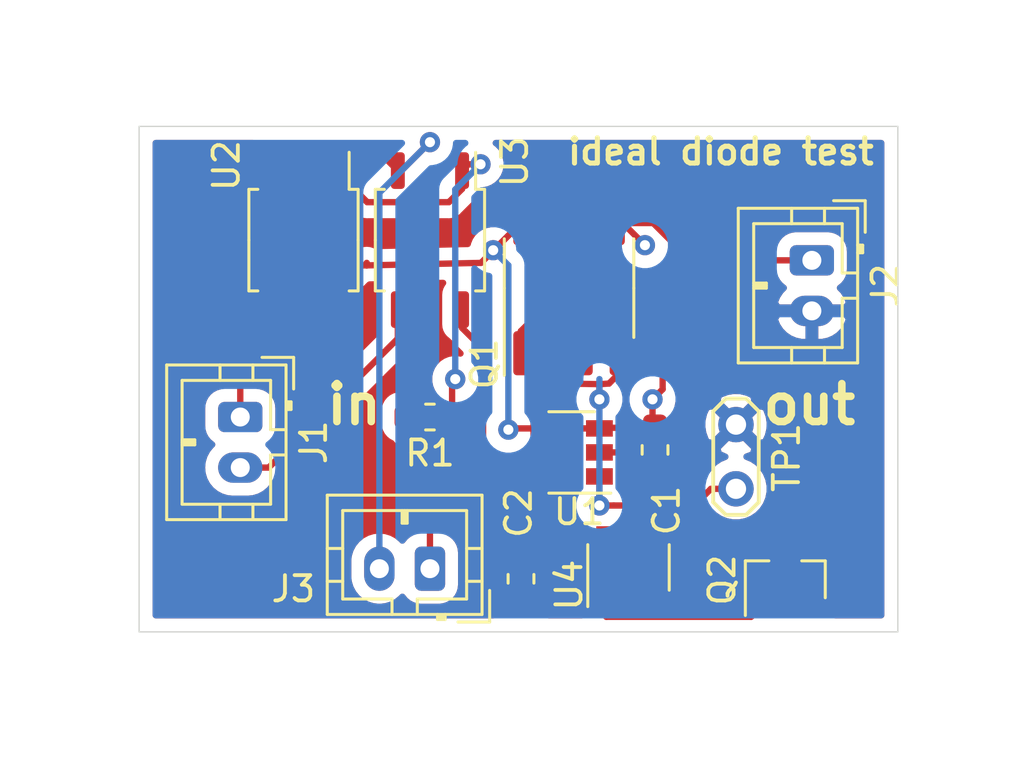
<source format=kicad_pcb>
(kicad_pcb (version 20171130) (host pcbnew "(5.1.5-0)")

  (general
    (thickness 1.6)
    (drawings 7)
    (tracks 120)
    (zones 0)
    (modules 13)
    (nets 13)
  )

  (page A4)
  (layers
    (0 F.Cu signal)
    (31 B.Cu signal)
    (32 B.Adhes user)
    (33 F.Adhes user)
    (34 B.Paste user)
    (35 F.Paste user)
    (36 B.SilkS user)
    (37 F.SilkS user)
    (38 B.Mask user)
    (39 F.Mask user)
    (40 Dwgs.User user)
    (41 Cmts.User user)
    (42 Eco1.User user)
    (43 Eco2.User user)
    (44 Edge.Cuts user)
    (45 Margin user)
    (46 B.CrtYd user)
    (47 F.CrtYd user)
    (48 B.Fab user)
    (49 F.Fab user)
  )

  (setup
    (last_trace_width 0.25)
    (trace_clearance 0.2)
    (zone_clearance 0.508)
    (zone_45_only no)
    (trace_min 0.2)
    (via_size 0.8)
    (via_drill 0.4)
    (via_min_size 0.4)
    (via_min_drill 0.3)
    (uvia_size 0.3)
    (uvia_drill 0.1)
    (uvias_allowed no)
    (uvia_min_size 0.2)
    (uvia_min_drill 0.1)
    (edge_width 0.05)
    (segment_width 0.2)
    (pcb_text_width 0.3)
    (pcb_text_size 1.5 1.5)
    (mod_edge_width 0.12)
    (mod_text_size 1 1)
    (mod_text_width 0.15)
    (pad_size 1.524 1.524)
    (pad_drill 0.762)
    (pad_to_mask_clearance 0.051)
    (solder_mask_min_width 0.25)
    (aux_axis_origin 0 0)
    (visible_elements FFFCFF7F)
    (pcbplotparams
      (layerselection 0x010fc_ffffffff)
      (usegerberextensions false)
      (usegerberattributes false)
      (usegerberadvancedattributes false)
      (creategerberjobfile false)
      (excludeedgelayer true)
      (linewidth 0.100000)
      (plotframeref false)
      (viasonmask false)
      (mode 1)
      (useauxorigin false)
      (hpglpennumber 1)
      (hpglpenspeed 20)
      (hpglpendiameter 15.000000)
      (psnegative false)
      (psa4output false)
      (plotreference true)
      (plotvalue true)
      (plotinvisibletext false)
      (padsonsilk false)
      (subtractmaskfromsilk false)
      (outputformat 1)
      (mirror false)
      (drillshape 0)
      (scaleselection 1)
      (outputdirectory "gerbers/"))
  )

  (net 0 "")
  (net 1 "Net-(J1-Pad1)")
  (net 2 "Net-(C1-Pad2)")
  (net 3 "Net-(Q1-Pad2)")
  (net 4 "Net-(Q1-Pad1)")
  (net 5 GND)
  (net 6 "Net-(J1-Pad2)")
  (net 7 "Net-(J3-Pad2)")
  (net 8 "Net-(J3-Pad1)")
  (net 9 "Net-(Q1-Pad7)")
  (net 10 "Net-(R1-Pad1)")
  (net 11 "Net-(Q2-Pad3)")
  (net 12 "Net-(Q2-Pad1)")

  (net_class Default "This is the default net class."
    (clearance 0.2)
    (trace_width 0.25)
    (via_dia 0.8)
    (via_drill 0.4)
    (uvia_dia 0.3)
    (uvia_drill 0.1)
    (add_net GND)
    (add_net "Net-(C1-Pad2)")
    (add_net "Net-(J1-Pad1)")
    (add_net "Net-(J1-Pad2)")
    (add_net "Net-(J3-Pad1)")
    (add_net "Net-(J3-Pad2)")
    (add_net "Net-(Q1-Pad1)")
    (add_net "Net-(Q1-Pad2)")
    (add_net "Net-(Q1-Pad7)")
    (add_net "Net-(Q2-Pad1)")
    (add_net "Net-(Q2-Pad3)")
    (add_net "Net-(R1-Pad1)")
  )

  (module Package_TO_SOT_SMD:SOT-23-5 (layer F.Cu) (tedit 5A02FF57) (tstamp 60256D4F)
    (at 134.35 97.45 90)
    (descr "5-pin SOT23 package")
    (tags SOT-23-5)
    (path /60282BB9)
    (attr smd)
    (fp_text reference U4 (at -0.7 -2.35 90) (layer F.SilkS)
      (effects (font (size 1 1) (thickness 0.15)))
    )
    (fp_text value TLV2401DBV (at 0 2.9 90) (layer F.Fab)
      (effects (font (size 1 1) (thickness 0.15)))
    )
    (fp_line (start 0.9 -1.55) (end 0.9 1.55) (layer F.Fab) (width 0.1))
    (fp_line (start 0.9 1.55) (end -0.9 1.55) (layer F.Fab) (width 0.1))
    (fp_line (start -0.9 -0.9) (end -0.9 1.55) (layer F.Fab) (width 0.1))
    (fp_line (start 0.9 -1.55) (end -0.25 -1.55) (layer F.Fab) (width 0.1))
    (fp_line (start -0.9 -0.9) (end -0.25 -1.55) (layer F.Fab) (width 0.1))
    (fp_line (start -1.9 1.8) (end -1.9 -1.8) (layer F.CrtYd) (width 0.05))
    (fp_line (start 1.9 1.8) (end -1.9 1.8) (layer F.CrtYd) (width 0.05))
    (fp_line (start 1.9 -1.8) (end 1.9 1.8) (layer F.CrtYd) (width 0.05))
    (fp_line (start -1.9 -1.8) (end 1.9 -1.8) (layer F.CrtYd) (width 0.05))
    (fp_line (start 0.9 -1.61) (end -1.55 -1.61) (layer F.SilkS) (width 0.12))
    (fp_line (start -0.9 1.61) (end 0.9 1.61) (layer F.SilkS) (width 0.12))
    (fp_text user %R (at 0 0) (layer F.Fab)
      (effects (font (size 0.5 0.5) (thickness 0.075)))
    )
    (pad 5 smd rect (at 1.1 -0.95 90) (size 1.06 0.65) (layers F.Cu F.Paste F.Mask)
      (net 2 "Net-(C1-Pad2)"))
    (pad 4 smd rect (at 1.1 0.95 90) (size 1.06 0.65) (layers F.Cu F.Paste F.Mask)
      (net 11 "Net-(Q2-Pad3)"))
    (pad 3 smd rect (at -1.1 0.95 90) (size 1.06 0.65) (layers F.Cu F.Paste F.Mask)
      (net 5 GND))
    (pad 2 smd rect (at -1.1 0 90) (size 1.06 0.65) (layers F.Cu F.Paste F.Mask)
      (net 5 GND))
    (pad 1 smd rect (at -1.1 -0.95 90) (size 1.06 0.65) (layers F.Cu F.Paste F.Mask)
      (net 12 "Net-(Q2-Pad1)"))
    (model ${KISYS3DMOD}/Package_TO_SOT_SMD.3dshapes/SOT-23-5.wrl
      (at (xyz 0 0 0))
      (scale (xyz 1 1 1))
      (rotate (xyz 0 0 0))
    )
  )

  (module Package_TO_SOT_SMD:SOT-23 (layer F.Cu) (tedit 5A02FF57) (tstamp 60256C5E)
    (at 140.55 97.95 90)
    (descr "SOT-23, Standard")
    (tags SOT-23)
    (path /60287195)
    (attr smd)
    (fp_text reference Q2 (at 0 -2.5 90) (layer F.SilkS)
      (effects (font (size 1 1) (thickness 0.15)))
    )
    (fp_text value DMN3042L (at 0 2.5 90) (layer F.Fab)
      (effects (font (size 1 1) (thickness 0.15)))
    )
    (fp_line (start 0.76 1.58) (end -0.7 1.58) (layer F.SilkS) (width 0.12))
    (fp_line (start 0.76 -1.58) (end -1.4 -1.58) (layer F.SilkS) (width 0.12))
    (fp_line (start -1.7 1.75) (end -1.7 -1.75) (layer F.CrtYd) (width 0.05))
    (fp_line (start 1.7 1.75) (end -1.7 1.75) (layer F.CrtYd) (width 0.05))
    (fp_line (start 1.7 -1.75) (end 1.7 1.75) (layer F.CrtYd) (width 0.05))
    (fp_line (start -1.7 -1.75) (end 1.7 -1.75) (layer F.CrtYd) (width 0.05))
    (fp_line (start 0.76 -1.58) (end 0.76 -0.65) (layer F.SilkS) (width 0.12))
    (fp_line (start 0.76 1.58) (end 0.76 0.65) (layer F.SilkS) (width 0.12))
    (fp_line (start -0.7 1.52) (end 0.7 1.52) (layer F.Fab) (width 0.1))
    (fp_line (start 0.7 -1.52) (end 0.7 1.52) (layer F.Fab) (width 0.1))
    (fp_line (start -0.7 -0.95) (end -0.15 -1.52) (layer F.Fab) (width 0.1))
    (fp_line (start -0.15 -1.52) (end 0.7 -1.52) (layer F.Fab) (width 0.1))
    (fp_line (start -0.7 -0.95) (end -0.7 1.5) (layer F.Fab) (width 0.1))
    (fp_text user %R (at 0 0) (layer F.Fab)
      (effects (font (size 0.5 0.5) (thickness 0.075)))
    )
    (pad 3 smd rect (at 1 0 90) (size 0.9 0.8) (layers F.Cu F.Paste F.Mask)
      (net 11 "Net-(Q2-Pad3)"))
    (pad 2 smd rect (at -1 0.95 90) (size 0.9 0.8) (layers F.Cu F.Paste F.Mask)
      (net 5 GND))
    (pad 1 smd rect (at -1 -0.95 90) (size 0.9 0.8) (layers F.Cu F.Paste F.Mask)
      (net 12 "Net-(Q2-Pad1)"))
    (model ${KISYS3DMOD}/Package_TO_SOT_SMD.3dshapes/SOT-23.wrl
      (at (xyz 0 0 0))
      (scale (xyz 1 1 1))
      (rotate (xyz 0 0 0))
    )
  )

  (module Capacitor_SMD:C_0603_1608Metric_Pad1.05x0.95mm_HandSolder (layer F.Cu) (tedit 5B301BBE) (tstamp 60256B21)
    (at 130.1 97.9 90)
    (descr "Capacitor SMD 0603 (1608 Metric), square (rectangular) end terminal, IPC_7351 nominal with elongated pad for handsoldering. (Body size source: http://www.tortai-tech.com/upload/download/2011102023233369053.pdf), generated with kicad-footprint-generator")
    (tags "capacitor handsolder")
    (path /60283DDB)
    (attr smd)
    (fp_text reference C2 (at 2.6 -0.1 90) (layer F.SilkS)
      (effects (font (size 1 1) (thickness 0.15)))
    )
    (fp_text value 100nF (at 0 1.43 90) (layer F.Fab)
      (effects (font (size 1 1) (thickness 0.15)))
    )
    (fp_text user %R (at 0 0 90) (layer F.Fab)
      (effects (font (size 0.4 0.4) (thickness 0.06)))
    )
    (fp_line (start 1.65 0.73) (end -1.65 0.73) (layer F.CrtYd) (width 0.05))
    (fp_line (start 1.65 -0.73) (end 1.65 0.73) (layer F.CrtYd) (width 0.05))
    (fp_line (start -1.65 -0.73) (end 1.65 -0.73) (layer F.CrtYd) (width 0.05))
    (fp_line (start -1.65 0.73) (end -1.65 -0.73) (layer F.CrtYd) (width 0.05))
    (fp_line (start -0.171267 0.51) (end 0.171267 0.51) (layer F.SilkS) (width 0.12))
    (fp_line (start -0.171267 -0.51) (end 0.171267 -0.51) (layer F.SilkS) (width 0.12))
    (fp_line (start 0.8 0.4) (end -0.8 0.4) (layer F.Fab) (width 0.1))
    (fp_line (start 0.8 -0.4) (end 0.8 0.4) (layer F.Fab) (width 0.1))
    (fp_line (start -0.8 -0.4) (end 0.8 -0.4) (layer F.Fab) (width 0.1))
    (fp_line (start -0.8 0.4) (end -0.8 -0.4) (layer F.Fab) (width 0.1))
    (pad 2 smd roundrect (at 0.875 0 90) (size 1.05 0.95) (layers F.Cu F.Paste F.Mask) (roundrect_rratio 0.25)
      (net 2 "Net-(C1-Pad2)"))
    (pad 1 smd roundrect (at -0.875 0 90) (size 1.05 0.95) (layers F.Cu F.Paste F.Mask) (roundrect_rratio 0.25)
      (net 5 GND))
    (model ${KISYS3DMOD}/Capacitor_SMD.3dshapes/C_0603_1608Metric.wrl
      (at (xyz 0 0 0))
      (scale (xyz 1 1 1))
      (rotate (xyz 0 0 0))
    )
  )

  (module TestPoint:TestPoint_2Pads_Pitch2.54mm_Drill0.8mm (layer F.Cu) (tedit 5A0F774F) (tstamp 60247DC5)
    (at 138.6 91.8 270)
    (descr "Test point with 2 pins, pitch 2.54mm, drill diameter 0.8mm")
    (tags "CONN DEV")
    (path /6027F965)
    (attr virtual)
    (fp_text reference TP1 (at 1.3 -2 90) (layer F.SilkS)
      (effects (font (size 1 1) (thickness 0.15)))
    )
    (fp_text value TestPoint_2Pole (at 1.27 2 90) (layer F.Fab)
      (effects (font (size 1 1) (thickness 0.15)))
    )
    (fp_line (start -1.03 -0.4) (end -0.53 -0.9) (layer F.SilkS) (width 0.15))
    (fp_line (start -1.03 0.4) (end -1.03 -0.4) (layer F.SilkS) (width 0.15))
    (fp_line (start -0.53 0.9) (end -1.03 0.4) (layer F.SilkS) (width 0.15))
    (fp_line (start 3.07 0.9) (end -0.53 0.9) (layer F.SilkS) (width 0.15))
    (fp_line (start 3.57 0.4) (end 3.07 0.9) (layer F.SilkS) (width 0.15))
    (fp_line (start 3.57 -0.4) (end 3.57 0.4) (layer F.SilkS) (width 0.15))
    (fp_line (start 3.07 -0.9) (end 3.57 -0.4) (layer F.SilkS) (width 0.15))
    (fp_line (start -0.53 -0.9) (end 3.07 -0.9) (layer F.SilkS) (width 0.15))
    (fp_line (start -1.3 0.5) (end -0.65 1.15) (layer F.CrtYd) (width 0.05))
    (fp_line (start -1.3 -0.5) (end -1.3 0.5) (layer F.CrtYd) (width 0.05))
    (fp_line (start -0.65 -1.15) (end -1.3 -0.5) (layer F.CrtYd) (width 0.05))
    (fp_line (start 3.15 -1.15) (end -0.65 -1.15) (layer F.CrtYd) (width 0.05))
    (fp_line (start 3.8 -0.5) (end 3.15 -1.15) (layer F.CrtYd) (width 0.05))
    (fp_line (start 3.8 0.5) (end 3.8 -0.5) (layer F.CrtYd) (width 0.05))
    (fp_line (start 3.15 1.15) (end 3.8 0.5) (layer F.CrtYd) (width 0.05))
    (fp_line (start -0.65 1.15) (end 3.15 1.15) (layer F.CrtYd) (width 0.05))
    (fp_text user %R (at 1.3 -2 90) (layer F.Fab)
      (effects (font (size 1 1) (thickness 0.15)))
    )
    (pad 2 thru_hole circle (at 2.54 0 270) (size 1.4 1.4) (drill 0.8) (layers *.Cu *.Mask)
      (net 3 "Net-(Q1-Pad2)"))
    (pad 1 thru_hole circle (at 0 0 270) (size 1.4 1.4) (drill 0.8) (layers *.Cu *.Mask)
      (net 5 GND))
  )

  (module Package_SO:SOP-4_3.8x4.1mm_P2.54mm (layer F.Cu) (tedit 5D9F72B1) (tstamp 60246BCF)
    (at 126.5 84.5 270)
    (descr "SOP, 4 Pin (http://www.ixysic.com/home/pdfs.nsf/www/CPC1017N.pdf/$file/CPC1017N.pdf), generated with kicad-footprint-generator ipc_gullwing_generator.py")
    (tags "SOP SO")
    (path /6027182A)
    (attr smd)
    (fp_text reference U3 (at -3.1 -3.35 90) (layer F.SilkS)
      (effects (font (size 1 1) (thickness 0.15)))
    )
    (fp_text value AQY212GS (at 0 3 90) (layer F.Fab)
      (effects (font (size 1 1) (thickness 0.15)))
    )
    (fp_text user %R (at 0 0 90) (layer F.Fab)
      (effects (font (size 0.95 0.95) (thickness 0.14)))
    )
    (fp_line (start 3.72 -2.3) (end -3.72 -2.3) (layer F.CrtYd) (width 0.05))
    (fp_line (start 3.72 2.3) (end 3.72 -2.3) (layer F.CrtYd) (width 0.05))
    (fp_line (start -3.72 2.3) (end 3.72 2.3) (layer F.CrtYd) (width 0.05))
    (fp_line (start -3.72 -2.3) (end -3.72 2.3) (layer F.CrtYd) (width 0.05))
    (fp_line (start -1.9 -1.1) (end -0.95 -2.05) (layer F.Fab) (width 0.1))
    (fp_line (start -1.9 2.05) (end -1.9 -1.1) (layer F.Fab) (width 0.1))
    (fp_line (start 1.9 2.05) (end -1.9 2.05) (layer F.Fab) (width 0.1))
    (fp_line (start 1.9 -2.05) (end 1.9 2.05) (layer F.Fab) (width 0.1))
    (fp_line (start -0.95 -2.05) (end 1.9 -2.05) (layer F.Fab) (width 0.1))
    (fp_line (start -2.01 -1.805) (end -3.475 -1.805) (layer F.SilkS) (width 0.12))
    (fp_line (start -2.01 -2.16) (end -2.01 -1.805) (layer F.SilkS) (width 0.12))
    (fp_line (start 0 -2.16) (end -2.01 -2.16) (layer F.SilkS) (width 0.12))
    (fp_line (start 2.01 -2.16) (end 2.01 -1.805) (layer F.SilkS) (width 0.12))
    (fp_line (start 0 -2.16) (end 2.01 -2.16) (layer F.SilkS) (width 0.12))
    (fp_line (start -2.01 2.16) (end -2.01 1.805) (layer F.SilkS) (width 0.12))
    (fp_line (start 0 2.16) (end -2.01 2.16) (layer F.SilkS) (width 0.12))
    (fp_line (start 2.01 2.16) (end 2.01 1.805) (layer F.SilkS) (width 0.12))
    (fp_line (start 0 2.16) (end 2.01 2.16) (layer F.SilkS) (width 0.12))
    (pad 4 smd roundrect (at 2.75 -1.27 270) (size 1.45 0.55) (layers F.Cu F.Paste F.Mask) (roundrect_rratio 0.25)
      (net 11 "Net-(Q2-Pad3)"))
    (pad 3 smd roundrect (at 2.75 1.27 270) (size 1.45 0.55) (layers F.Cu F.Paste F.Mask) (roundrect_rratio 0.25)
      (net 6 "Net-(J1-Pad2)"))
    (pad 2 smd roundrect (at -2.75 1.27 270) (size 1.45 0.55) (layers F.Cu F.Paste F.Mask) (roundrect_rratio 0.25)
      (net 7 "Net-(J3-Pad2)"))
    (pad 1 smd roundrect (at -2.75 -1.27 270) (size 1.45 0.55) (layers F.Cu F.Paste F.Mask) (roundrect_rratio 0.25)
      (net 10 "Net-(R1-Pad1)"))
    (model ${KISYS3DMOD}/Package_SO.3dshapes/SOP-4_3.8x4.1mm_P2.54mm.wrl
      (at (xyz 0 0 0))
      (scale (xyz 1 1 1))
      (rotate (xyz 0 0 0))
    )
  )

  (module Package_SO:SOP-4_3.8x4.1mm_P2.54mm (layer F.Cu) (tedit 5D9F72B1) (tstamp 60246BB4)
    (at 121.5 84.5 270)
    (descr "SOP, 4 Pin (http://www.ixysic.com/home/pdfs.nsf/www/CPC1017N.pdf/$file/CPC1017N.pdf), generated with kicad-footprint-generator ipc_gullwing_generator.py")
    (tags "SOP SO")
    (path /60267665)
    (attr smd)
    (fp_text reference U2 (at -2.95 3.05 90) (layer F.SilkS)
      (effects (font (size 1 1) (thickness 0.15)))
    )
    (fp_text value AQY212GS (at 0 3 90) (layer F.Fab)
      (effects (font (size 1 1) (thickness 0.15)))
    )
    (fp_text user %R (at 0 0 90) (layer F.Fab)
      (effects (font (size 0.95 0.95) (thickness 0.14)))
    )
    (fp_line (start 3.72 -2.3) (end -3.72 -2.3) (layer F.CrtYd) (width 0.05))
    (fp_line (start 3.72 2.3) (end 3.72 -2.3) (layer F.CrtYd) (width 0.05))
    (fp_line (start -3.72 2.3) (end 3.72 2.3) (layer F.CrtYd) (width 0.05))
    (fp_line (start -3.72 -2.3) (end -3.72 2.3) (layer F.CrtYd) (width 0.05))
    (fp_line (start -1.9 -1.1) (end -0.95 -2.05) (layer F.Fab) (width 0.1))
    (fp_line (start -1.9 2.05) (end -1.9 -1.1) (layer F.Fab) (width 0.1))
    (fp_line (start 1.9 2.05) (end -1.9 2.05) (layer F.Fab) (width 0.1))
    (fp_line (start 1.9 -2.05) (end 1.9 2.05) (layer F.Fab) (width 0.1))
    (fp_line (start -0.95 -2.05) (end 1.9 -2.05) (layer F.Fab) (width 0.1))
    (fp_line (start -2.01 -1.805) (end -3.475 -1.805) (layer F.SilkS) (width 0.12))
    (fp_line (start -2.01 -2.16) (end -2.01 -1.805) (layer F.SilkS) (width 0.12))
    (fp_line (start 0 -2.16) (end -2.01 -2.16) (layer F.SilkS) (width 0.12))
    (fp_line (start 2.01 -2.16) (end 2.01 -1.805) (layer F.SilkS) (width 0.12))
    (fp_line (start 0 -2.16) (end 2.01 -2.16) (layer F.SilkS) (width 0.12))
    (fp_line (start -2.01 2.16) (end -2.01 1.805) (layer F.SilkS) (width 0.12))
    (fp_line (start 0 2.16) (end -2.01 2.16) (layer F.SilkS) (width 0.12))
    (fp_line (start 2.01 2.16) (end 2.01 1.805) (layer F.SilkS) (width 0.12))
    (fp_line (start 0 2.16) (end 2.01 2.16) (layer F.SilkS) (width 0.12))
    (pad 4 smd roundrect (at 2.75 -1.27 270) (size 1.45 0.55) (layers F.Cu F.Paste F.Mask) (roundrect_rratio 0.25)
      (net 9 "Net-(Q1-Pad7)"))
    (pad 3 smd roundrect (at 2.75 1.27 270) (size 1.45 0.55) (layers F.Cu F.Paste F.Mask) (roundrect_rratio 0.25)
      (net 1 "Net-(J1-Pad1)"))
    (pad 2 smd roundrect (at -2.75 1.27 270) (size 1.45 0.55) (layers F.Cu F.Paste F.Mask) (roundrect_rratio 0.25)
      (net 7 "Net-(J3-Pad2)"))
    (pad 1 smd roundrect (at -2.75 -1.27 270) (size 1.45 0.55) (layers F.Cu F.Paste F.Mask) (roundrect_rratio 0.25)
      (net 10 "Net-(R1-Pad1)"))
    (model ${KISYS3DMOD}/Package_SO.3dshapes/SOP-4_3.8x4.1mm_P2.54mm.wrl
      (at (xyz 0 0 0))
      (scale (xyz 1 1 1))
      (rotate (xyz 0 0 0))
    )
  )

  (module Resistor_SMD:R_0603_1608Metric_Pad1.05x0.95mm_HandSolder (layer F.Cu) (tedit 5B301BBD) (tstamp 60246B57)
    (at 126.5 91.5 180)
    (descr "Resistor SMD 0603 (1608 Metric), square (rectangular) end terminal, IPC_7351 nominal with elongated pad for handsoldering. (Body size source: http://www.tortai-tech.com/upload/download/2011102023233369053.pdf), generated with kicad-footprint-generator")
    (tags "resistor handsolder")
    (path /602750F1)
    (attr smd)
    (fp_text reference R1 (at 0 -1.43) (layer F.SilkS)
      (effects (font (size 1 1) (thickness 0.15)))
    )
    (fp_text value 2k (at 0 1.43) (layer F.Fab)
      (effects (font (size 1 1) (thickness 0.15)))
    )
    (fp_text user %R (at 0 0) (layer F.Fab)
      (effects (font (size 0.4 0.4) (thickness 0.06)))
    )
    (fp_line (start 1.65 0.73) (end -1.65 0.73) (layer F.CrtYd) (width 0.05))
    (fp_line (start 1.65 -0.73) (end 1.65 0.73) (layer F.CrtYd) (width 0.05))
    (fp_line (start -1.65 -0.73) (end 1.65 -0.73) (layer F.CrtYd) (width 0.05))
    (fp_line (start -1.65 0.73) (end -1.65 -0.73) (layer F.CrtYd) (width 0.05))
    (fp_line (start -0.171267 0.51) (end 0.171267 0.51) (layer F.SilkS) (width 0.12))
    (fp_line (start -0.171267 -0.51) (end 0.171267 -0.51) (layer F.SilkS) (width 0.12))
    (fp_line (start 0.8 0.4) (end -0.8 0.4) (layer F.Fab) (width 0.1))
    (fp_line (start 0.8 -0.4) (end 0.8 0.4) (layer F.Fab) (width 0.1))
    (fp_line (start -0.8 -0.4) (end 0.8 -0.4) (layer F.Fab) (width 0.1))
    (fp_line (start -0.8 0.4) (end -0.8 -0.4) (layer F.Fab) (width 0.1))
    (pad 2 smd roundrect (at 0.875 0 180) (size 1.05 0.95) (layers F.Cu F.Paste F.Mask) (roundrect_rratio 0.25)
      (net 8 "Net-(J3-Pad1)"))
    (pad 1 smd roundrect (at -0.875 0 180) (size 1.05 0.95) (layers F.Cu F.Paste F.Mask) (roundrect_rratio 0.25)
      (net 10 "Net-(R1-Pad1)"))
    (model ${KISYS3DMOD}/Resistor_SMD.3dshapes/R_0603_1608Metric.wrl
      (at (xyz 0 0 0))
      (scale (xyz 1 1 1))
      (rotate (xyz 0 0 0))
    )
  )

  (module Connector_JST:JST_PH_B2B-PH-K_1x02_P2.00mm_Vertical (layer F.Cu) (tedit 5B7745C2) (tstamp 60246B14)
    (at 126.5 97.5 180)
    (descr "JST PH series connector, B2B-PH-K (http://www.jst-mfg.com/product/pdf/eng/ePH.pdf), generated with kicad-footprint-generator")
    (tags "connector JST PH side entry")
    (path /60276777)
    (fp_text reference J3 (at 5.4 -0.8) (layer F.SilkS)
      (effects (font (size 1 1) (thickness 0.15)))
    )
    (fp_text value Conn_01x02 (at 1 4) (layer F.Fab)
      (effects (font (size 1 1) (thickness 0.15)))
    )
    (fp_text user %R (at 1 1.5) (layer F.Fab)
      (effects (font (size 1 1) (thickness 0.15)))
    )
    (fp_line (start 4.45 -2.2) (end -2.45 -2.2) (layer F.CrtYd) (width 0.05))
    (fp_line (start 4.45 3.3) (end 4.45 -2.2) (layer F.CrtYd) (width 0.05))
    (fp_line (start -2.45 3.3) (end 4.45 3.3) (layer F.CrtYd) (width 0.05))
    (fp_line (start -2.45 -2.2) (end -2.45 3.3) (layer F.CrtYd) (width 0.05))
    (fp_line (start 3.95 -1.7) (end -1.95 -1.7) (layer F.Fab) (width 0.1))
    (fp_line (start 3.95 2.8) (end 3.95 -1.7) (layer F.Fab) (width 0.1))
    (fp_line (start -1.95 2.8) (end 3.95 2.8) (layer F.Fab) (width 0.1))
    (fp_line (start -1.95 -1.7) (end -1.95 2.8) (layer F.Fab) (width 0.1))
    (fp_line (start -2.36 -2.11) (end -2.36 -0.86) (layer F.Fab) (width 0.1))
    (fp_line (start -1.11 -2.11) (end -2.36 -2.11) (layer F.Fab) (width 0.1))
    (fp_line (start -2.36 -2.11) (end -2.36 -0.86) (layer F.SilkS) (width 0.12))
    (fp_line (start -1.11 -2.11) (end -2.36 -2.11) (layer F.SilkS) (width 0.12))
    (fp_line (start 1 2.3) (end 1 1.8) (layer F.SilkS) (width 0.12))
    (fp_line (start 1.1 1.8) (end 1.1 2.3) (layer F.SilkS) (width 0.12))
    (fp_line (start 0.9 1.8) (end 1.1 1.8) (layer F.SilkS) (width 0.12))
    (fp_line (start 0.9 2.3) (end 0.9 1.8) (layer F.SilkS) (width 0.12))
    (fp_line (start 4.06 0.8) (end 3.45 0.8) (layer F.SilkS) (width 0.12))
    (fp_line (start 4.06 -0.5) (end 3.45 -0.5) (layer F.SilkS) (width 0.12))
    (fp_line (start -2.06 0.8) (end -1.45 0.8) (layer F.SilkS) (width 0.12))
    (fp_line (start -2.06 -0.5) (end -1.45 -0.5) (layer F.SilkS) (width 0.12))
    (fp_line (start 1.5 -1.2) (end 1.5 -1.81) (layer F.SilkS) (width 0.12))
    (fp_line (start 3.45 -1.2) (end 1.5 -1.2) (layer F.SilkS) (width 0.12))
    (fp_line (start 3.45 2.3) (end 3.45 -1.2) (layer F.SilkS) (width 0.12))
    (fp_line (start -1.45 2.3) (end 3.45 2.3) (layer F.SilkS) (width 0.12))
    (fp_line (start -1.45 -1.2) (end -1.45 2.3) (layer F.SilkS) (width 0.12))
    (fp_line (start 0.5 -1.2) (end -1.45 -1.2) (layer F.SilkS) (width 0.12))
    (fp_line (start 0.5 -1.81) (end 0.5 -1.2) (layer F.SilkS) (width 0.12))
    (fp_line (start -0.3 -1.91) (end -0.6 -1.91) (layer F.SilkS) (width 0.12))
    (fp_line (start -0.6 -2.01) (end -0.6 -1.81) (layer F.SilkS) (width 0.12))
    (fp_line (start -0.3 -2.01) (end -0.6 -2.01) (layer F.SilkS) (width 0.12))
    (fp_line (start -0.3 -1.81) (end -0.3 -2.01) (layer F.SilkS) (width 0.12))
    (fp_line (start 4.06 -1.81) (end -2.06 -1.81) (layer F.SilkS) (width 0.12))
    (fp_line (start 4.06 2.91) (end 4.06 -1.81) (layer F.SilkS) (width 0.12))
    (fp_line (start -2.06 2.91) (end 4.06 2.91) (layer F.SilkS) (width 0.12))
    (fp_line (start -2.06 -1.81) (end -2.06 2.91) (layer F.SilkS) (width 0.12))
    (pad 2 thru_hole oval (at 2 0 180) (size 1.2 1.75) (drill 0.75) (layers *.Cu *.Mask)
      (net 7 "Net-(J3-Pad2)"))
    (pad 1 thru_hole roundrect (at 0 0 180) (size 1.2 1.75) (drill 0.75) (layers *.Cu *.Mask) (roundrect_rratio 0.208333)
      (net 8 "Net-(J3-Pad1)"))
    (model ${KISYS3DMOD}/Connector_JST.3dshapes/JST_PH_B2B-PH-K_1x02_P2.00mm_Vertical.wrl
      (at (xyz 0 0 0))
      (scale (xyz 1 1 1))
      (rotate (xyz 0 0 0))
    )
  )

  (module Connector_JST:JST_PH_B2B-PH-K_1x02_P2.00mm_Vertical (layer F.Cu) (tedit 5B7745C2) (tstamp 60245DA5)
    (at 141.6 85.3 270)
    (descr "JST PH series connector, B2B-PH-K (http://www.jst-mfg.com/product/pdf/eng/ePH.pdf), generated with kicad-footprint-generator")
    (tags "connector JST PH side entry")
    (path /6025DD25)
    (fp_text reference J2 (at 1 -2.9 90) (layer F.SilkS)
      (effects (font (size 1 1) (thickness 0.15)))
    )
    (fp_text value Conn_01x02 (at 1 4 90) (layer F.Fab)
      (effects (font (size 1 1) (thickness 0.15)))
    )
    (fp_text user %R (at 1 1.5 90) (layer F.Fab)
      (effects (font (size 1 1) (thickness 0.15)))
    )
    (fp_line (start 4.45 -2.2) (end -2.45 -2.2) (layer F.CrtYd) (width 0.05))
    (fp_line (start 4.45 3.3) (end 4.45 -2.2) (layer F.CrtYd) (width 0.05))
    (fp_line (start -2.45 3.3) (end 4.45 3.3) (layer F.CrtYd) (width 0.05))
    (fp_line (start -2.45 -2.2) (end -2.45 3.3) (layer F.CrtYd) (width 0.05))
    (fp_line (start 3.95 -1.7) (end -1.95 -1.7) (layer F.Fab) (width 0.1))
    (fp_line (start 3.95 2.8) (end 3.95 -1.7) (layer F.Fab) (width 0.1))
    (fp_line (start -1.95 2.8) (end 3.95 2.8) (layer F.Fab) (width 0.1))
    (fp_line (start -1.95 -1.7) (end -1.95 2.8) (layer F.Fab) (width 0.1))
    (fp_line (start -2.36 -2.11) (end -2.36 -0.86) (layer F.Fab) (width 0.1))
    (fp_line (start -1.11 -2.11) (end -2.36 -2.11) (layer F.Fab) (width 0.1))
    (fp_line (start -2.36 -2.11) (end -2.36 -0.86) (layer F.SilkS) (width 0.12))
    (fp_line (start -1.11 -2.11) (end -2.36 -2.11) (layer F.SilkS) (width 0.12))
    (fp_line (start 1 2.3) (end 1 1.8) (layer F.SilkS) (width 0.12))
    (fp_line (start 1.1 1.8) (end 1.1 2.3) (layer F.SilkS) (width 0.12))
    (fp_line (start 0.9 1.8) (end 1.1 1.8) (layer F.SilkS) (width 0.12))
    (fp_line (start 0.9 2.3) (end 0.9 1.8) (layer F.SilkS) (width 0.12))
    (fp_line (start 4.06 0.8) (end 3.45 0.8) (layer F.SilkS) (width 0.12))
    (fp_line (start 4.06 -0.5) (end 3.45 -0.5) (layer F.SilkS) (width 0.12))
    (fp_line (start -2.06 0.8) (end -1.45 0.8) (layer F.SilkS) (width 0.12))
    (fp_line (start -2.06 -0.5) (end -1.45 -0.5) (layer F.SilkS) (width 0.12))
    (fp_line (start 1.5 -1.2) (end 1.5 -1.81) (layer F.SilkS) (width 0.12))
    (fp_line (start 3.45 -1.2) (end 1.5 -1.2) (layer F.SilkS) (width 0.12))
    (fp_line (start 3.45 2.3) (end 3.45 -1.2) (layer F.SilkS) (width 0.12))
    (fp_line (start -1.45 2.3) (end 3.45 2.3) (layer F.SilkS) (width 0.12))
    (fp_line (start -1.45 -1.2) (end -1.45 2.3) (layer F.SilkS) (width 0.12))
    (fp_line (start 0.5 -1.2) (end -1.45 -1.2) (layer F.SilkS) (width 0.12))
    (fp_line (start 0.5 -1.81) (end 0.5 -1.2) (layer F.SilkS) (width 0.12))
    (fp_line (start -0.3 -1.91) (end -0.6 -1.91) (layer F.SilkS) (width 0.12))
    (fp_line (start -0.6 -2.01) (end -0.6 -1.81) (layer F.SilkS) (width 0.12))
    (fp_line (start -0.3 -2.01) (end -0.6 -2.01) (layer F.SilkS) (width 0.12))
    (fp_line (start -0.3 -1.81) (end -0.3 -2.01) (layer F.SilkS) (width 0.12))
    (fp_line (start 4.06 -1.81) (end -2.06 -1.81) (layer F.SilkS) (width 0.12))
    (fp_line (start 4.06 2.91) (end 4.06 -1.81) (layer F.SilkS) (width 0.12))
    (fp_line (start -2.06 2.91) (end 4.06 2.91) (layer F.SilkS) (width 0.12))
    (fp_line (start -2.06 -1.81) (end -2.06 2.91) (layer F.SilkS) (width 0.12))
    (pad 2 thru_hole oval (at 2 0 270) (size 1.2 1.75) (drill 0.75) (layers *.Cu *.Mask)
      (net 5 GND))
    (pad 1 thru_hole roundrect (at 0 0 270) (size 1.2 1.75) (drill 0.75) (layers *.Cu *.Mask) (roundrect_rratio 0.208333)
      (net 2 "Net-(C1-Pad2)"))
    (model ${KISYS3DMOD}/Connector_JST.3dshapes/JST_PH_B2B-PH-K_1x02_P2.00mm_Vertical.wrl
      (at (xyz 0 0 0))
      (scale (xyz 1 1 1))
      (rotate (xyz 0 0 0))
    )
  )

  (module Connector_JST:JST_PH_B2B-PH-K_1x02_P2.00mm_Vertical (layer F.Cu) (tedit 5B7745C2) (tstamp 60245D7B)
    (at 119 91.5 270)
    (descr "JST PH series connector, B2B-PH-K (http://www.jst-mfg.com/product/pdf/eng/ePH.pdf), generated with kicad-footprint-generator")
    (tags "connector JST PH side entry")
    (path /6025A4B0)
    (fp_text reference J1 (at 1 -2.9 90) (layer F.SilkS)
      (effects (font (size 1 1) (thickness 0.15)))
    )
    (fp_text value Conn_01x02 (at 1 4 90) (layer F.Fab)
      (effects (font (size 1 1) (thickness 0.15)))
    )
    (fp_text user %R (at 1 1.5 90) (layer F.Fab)
      (effects (font (size 1 1) (thickness 0.15)))
    )
    (fp_line (start 4.45 -2.2) (end -2.45 -2.2) (layer F.CrtYd) (width 0.05))
    (fp_line (start 4.45 3.3) (end 4.45 -2.2) (layer F.CrtYd) (width 0.05))
    (fp_line (start -2.45 3.3) (end 4.45 3.3) (layer F.CrtYd) (width 0.05))
    (fp_line (start -2.45 -2.2) (end -2.45 3.3) (layer F.CrtYd) (width 0.05))
    (fp_line (start 3.95 -1.7) (end -1.95 -1.7) (layer F.Fab) (width 0.1))
    (fp_line (start 3.95 2.8) (end 3.95 -1.7) (layer F.Fab) (width 0.1))
    (fp_line (start -1.95 2.8) (end 3.95 2.8) (layer F.Fab) (width 0.1))
    (fp_line (start -1.95 -1.7) (end -1.95 2.8) (layer F.Fab) (width 0.1))
    (fp_line (start -2.36 -2.11) (end -2.36 -0.86) (layer F.Fab) (width 0.1))
    (fp_line (start -1.11 -2.11) (end -2.36 -2.11) (layer F.Fab) (width 0.1))
    (fp_line (start -2.36 -2.11) (end -2.36 -0.86) (layer F.SilkS) (width 0.12))
    (fp_line (start -1.11 -2.11) (end -2.36 -2.11) (layer F.SilkS) (width 0.12))
    (fp_line (start 1 2.3) (end 1 1.8) (layer F.SilkS) (width 0.12))
    (fp_line (start 1.1 1.8) (end 1.1 2.3) (layer F.SilkS) (width 0.12))
    (fp_line (start 0.9 1.8) (end 1.1 1.8) (layer F.SilkS) (width 0.12))
    (fp_line (start 0.9 2.3) (end 0.9 1.8) (layer F.SilkS) (width 0.12))
    (fp_line (start 4.06 0.8) (end 3.45 0.8) (layer F.SilkS) (width 0.12))
    (fp_line (start 4.06 -0.5) (end 3.45 -0.5) (layer F.SilkS) (width 0.12))
    (fp_line (start -2.06 0.8) (end -1.45 0.8) (layer F.SilkS) (width 0.12))
    (fp_line (start -2.06 -0.5) (end -1.45 -0.5) (layer F.SilkS) (width 0.12))
    (fp_line (start 1.5 -1.2) (end 1.5 -1.81) (layer F.SilkS) (width 0.12))
    (fp_line (start 3.45 -1.2) (end 1.5 -1.2) (layer F.SilkS) (width 0.12))
    (fp_line (start 3.45 2.3) (end 3.45 -1.2) (layer F.SilkS) (width 0.12))
    (fp_line (start -1.45 2.3) (end 3.45 2.3) (layer F.SilkS) (width 0.12))
    (fp_line (start -1.45 -1.2) (end -1.45 2.3) (layer F.SilkS) (width 0.12))
    (fp_line (start 0.5 -1.2) (end -1.45 -1.2) (layer F.SilkS) (width 0.12))
    (fp_line (start 0.5 -1.81) (end 0.5 -1.2) (layer F.SilkS) (width 0.12))
    (fp_line (start -0.3 -1.91) (end -0.6 -1.91) (layer F.SilkS) (width 0.12))
    (fp_line (start -0.6 -2.01) (end -0.6 -1.81) (layer F.SilkS) (width 0.12))
    (fp_line (start -0.3 -2.01) (end -0.6 -2.01) (layer F.SilkS) (width 0.12))
    (fp_line (start -0.3 -1.81) (end -0.3 -2.01) (layer F.SilkS) (width 0.12))
    (fp_line (start 4.06 -1.81) (end -2.06 -1.81) (layer F.SilkS) (width 0.12))
    (fp_line (start 4.06 2.91) (end 4.06 -1.81) (layer F.SilkS) (width 0.12))
    (fp_line (start -2.06 2.91) (end 4.06 2.91) (layer F.SilkS) (width 0.12))
    (fp_line (start -2.06 -1.81) (end -2.06 2.91) (layer F.SilkS) (width 0.12))
    (pad 2 thru_hole oval (at 2 0 270) (size 1.2 1.75) (drill 0.75) (layers *.Cu *.Mask)
      (net 6 "Net-(J1-Pad2)"))
    (pad 1 thru_hole roundrect (at 0 0 270) (size 1.2 1.75) (drill 0.75) (layers *.Cu *.Mask) (roundrect_rratio 0.208333)
      (net 1 "Net-(J1-Pad1)"))
    (model ${KISYS3DMOD}/Connector_JST.3dshapes/JST_PH_B2B-PH-K_1x02_P2.00mm_Vertical.wrl
      (at (xyz 0 0 0))
      (scale (xyz 1 1 1))
      (rotate (xyz 0 0 0))
    )
  )

  (module Capacitor_SMD:C_0603_1608Metric_Pad1.05x0.95mm_HandSolder (layer F.Cu) (tedit 5B301BBE) (tstamp 602570CF)
    (at 135.4 92.8 90)
    (descr "Capacitor SMD 0603 (1608 Metric), square (rectangular) end terminal, IPC_7351 nominal with elongated pad for handsoldering. (Body size source: http://www.tortai-tech.com/upload/download/2011102023233369053.pdf), generated with kicad-footprint-generator")
    (tags "capacitor handsolder")
    (path /6025F6D2)
    (attr smd)
    (fp_text reference C1 (at -2.4 0.45 90) (layer F.SilkS)
      (effects (font (size 1 1) (thickness 0.15)))
    )
    (fp_text value 100nF (at 0 1.43 90) (layer F.Fab)
      (effects (font (size 1 1) (thickness 0.15)))
    )
    (fp_text user %R (at 0 0 90) (layer F.Fab)
      (effects (font (size 0.4 0.4) (thickness 0.06)))
    )
    (fp_line (start 1.65 0.73) (end -1.65 0.73) (layer F.CrtYd) (width 0.05))
    (fp_line (start 1.65 -0.73) (end 1.65 0.73) (layer F.CrtYd) (width 0.05))
    (fp_line (start -1.65 -0.73) (end 1.65 -0.73) (layer F.CrtYd) (width 0.05))
    (fp_line (start -1.65 0.73) (end -1.65 -0.73) (layer F.CrtYd) (width 0.05))
    (fp_line (start -0.171267 0.51) (end 0.171267 0.51) (layer F.SilkS) (width 0.12))
    (fp_line (start -0.171267 -0.51) (end 0.171267 -0.51) (layer F.SilkS) (width 0.12))
    (fp_line (start 0.8 0.4) (end -0.8 0.4) (layer F.Fab) (width 0.1))
    (fp_line (start 0.8 -0.4) (end 0.8 0.4) (layer F.Fab) (width 0.1))
    (fp_line (start -0.8 -0.4) (end 0.8 -0.4) (layer F.Fab) (width 0.1))
    (fp_line (start -0.8 0.4) (end -0.8 -0.4) (layer F.Fab) (width 0.1))
    (pad 2 smd roundrect (at 0.875 0 90) (size 1.05 0.95) (layers F.Cu F.Paste F.Mask) (roundrect_rratio 0.25)
      (net 2 "Net-(C1-Pad2)"))
    (pad 1 smd roundrect (at -0.875 0 90) (size 1.05 0.95) (layers F.Cu F.Paste F.Mask) (roundrect_rratio 0.25)
      (net 5 GND))
    (model ${KISYS3DMOD}/Capacitor_SMD.3dshapes/C_0603_1608Metric.wrl
      (at (xyz 0 0 0))
      (scale (xyz 1 1 1))
      (rotate (xyz 0 0 0))
    )
  )

  (module Package_TO_SOT_SMD:SOT-23-5 (layer F.Cu) (tedit 5A02FF57) (tstamp 60257103)
    (at 132.1 92.9 180)
    (descr "5-pin SOT23 package")
    (tags SOT-23-5)
    (path /60253634)
    (attr smd)
    (fp_text reference U1 (at -0.3 -2.35) (layer F.SilkS)
      (effects (font (size 1 1) (thickness 0.15)))
    )
    (fp_text value TLV2401DBV (at 0 2.9) (layer F.Fab)
      (effects (font (size 1 1) (thickness 0.15)))
    )
    (fp_line (start 0.9 -1.55) (end 0.9 1.55) (layer F.Fab) (width 0.1))
    (fp_line (start 0.9 1.55) (end -0.9 1.55) (layer F.Fab) (width 0.1))
    (fp_line (start -0.9 -0.9) (end -0.9 1.55) (layer F.Fab) (width 0.1))
    (fp_line (start 0.9 -1.55) (end -0.25 -1.55) (layer F.Fab) (width 0.1))
    (fp_line (start -0.9 -0.9) (end -0.25 -1.55) (layer F.Fab) (width 0.1))
    (fp_line (start -1.9 1.8) (end -1.9 -1.8) (layer F.CrtYd) (width 0.05))
    (fp_line (start 1.9 1.8) (end -1.9 1.8) (layer F.CrtYd) (width 0.05))
    (fp_line (start 1.9 -1.8) (end 1.9 1.8) (layer F.CrtYd) (width 0.05))
    (fp_line (start -1.9 -1.8) (end 1.9 -1.8) (layer F.CrtYd) (width 0.05))
    (fp_line (start 0.9 -1.61) (end -1.55 -1.61) (layer F.SilkS) (width 0.12))
    (fp_line (start -0.9 1.61) (end 0.9 1.61) (layer F.SilkS) (width 0.12))
    (fp_text user %R (at 0 0 90) (layer F.Fab)
      (effects (font (size 0.5 0.5) (thickness 0.075)))
    )
    (pad 5 smd rect (at 1.1 -0.95 180) (size 1.06 0.65) (layers F.Cu F.Paste F.Mask)
      (net 2 "Net-(C1-Pad2)"))
    (pad 4 smd rect (at 1.1 0.95 180) (size 1.06 0.65) (layers F.Cu F.Paste F.Mask)
      (net 9 "Net-(Q1-Pad7)"))
    (pad 3 smd rect (at -1.1 0.95 180) (size 1.06 0.65) (layers F.Cu F.Paste F.Mask)
      (net 2 "Net-(C1-Pad2)"))
    (pad 2 smd rect (at -1.1 0 180) (size 1.06 0.65) (layers F.Cu F.Paste F.Mask)
      (net 5 GND))
    (pad 1 smd rect (at -1.1 -0.95 180) (size 1.06 0.65) (layers F.Cu F.Paste F.Mask)
      (net 3 "Net-(Q1-Pad2)"))
    (model ${KISYS3DMOD}/Package_TO_SOT_SMD.3dshapes/SOT-23-5.wrl
      (at (xyz 0 0 0))
      (scale (xyz 1 1 1))
      (rotate (xyz 0 0 0))
    )
  )

  (module Package_SO:SO-8_3.9x4.9mm_P1.27mm (layer F.Cu) (tedit 5D9F72B1) (tstamp 602455D4)
    (at 132 86.4 90)
    (descr "SO, 8 Pin (https://www.nxp.com/docs/en/data-sheet/PCF8523.pdf), generated with kicad-footprint-generator ipc_gullwing_generator.py")
    (tags "SO SO")
    (path /60246149)
    (attr smd)
    (fp_text reference Q1 (at -3 -3.35 90) (layer F.SilkS)
      (effects (font (size 1 1) (thickness 0.15)))
    )
    (fp_text value DMP3028LSD (at 0 3.4 90) (layer F.Fab)
      (effects (font (size 1 1) (thickness 0.15)))
    )
    (fp_text user %R (at 0 0 90) (layer F.Fab)
      (effects (font (size 0.98 0.98) (thickness 0.15)))
    )
    (fp_line (start 3.7 -2.7) (end -3.7 -2.7) (layer F.CrtYd) (width 0.05))
    (fp_line (start 3.7 2.7) (end 3.7 -2.7) (layer F.CrtYd) (width 0.05))
    (fp_line (start -3.7 2.7) (end 3.7 2.7) (layer F.CrtYd) (width 0.05))
    (fp_line (start -3.7 -2.7) (end -3.7 2.7) (layer F.CrtYd) (width 0.05))
    (fp_line (start -1.95 -1.475) (end -0.975 -2.45) (layer F.Fab) (width 0.1))
    (fp_line (start -1.95 2.45) (end -1.95 -1.475) (layer F.Fab) (width 0.1))
    (fp_line (start 1.95 2.45) (end -1.95 2.45) (layer F.Fab) (width 0.1))
    (fp_line (start 1.95 -2.45) (end 1.95 2.45) (layer F.Fab) (width 0.1))
    (fp_line (start -0.975 -2.45) (end 1.95 -2.45) (layer F.Fab) (width 0.1))
    (fp_line (start 0 -2.56) (end -3.45 -2.56) (layer F.SilkS) (width 0.12))
    (fp_line (start 0 -2.56) (end 1.95 -2.56) (layer F.SilkS) (width 0.12))
    (fp_line (start 0 2.56) (end -1.95 2.56) (layer F.SilkS) (width 0.12))
    (fp_line (start 0 2.56) (end 1.95 2.56) (layer F.SilkS) (width 0.12))
    (pad 8 smd roundrect (at 2.575 -1.905 90) (size 1.75 0.6) (layers F.Cu F.Paste F.Mask) (roundrect_rratio 0.25)
      (net 9 "Net-(Q1-Pad7)"))
    (pad 7 smd roundrect (at 2.575 -0.635 90) (size 1.75 0.6) (layers F.Cu F.Paste F.Mask) (roundrect_rratio 0.25)
      (net 9 "Net-(Q1-Pad7)"))
    (pad 6 smd roundrect (at 2.575 0.635 90) (size 1.75 0.6) (layers F.Cu F.Paste F.Mask) (roundrect_rratio 0.25)
      (net 2 "Net-(C1-Pad2)"))
    (pad 5 smd roundrect (at 2.575 1.905 90) (size 1.75 0.6) (layers F.Cu F.Paste F.Mask) (roundrect_rratio 0.25)
      (net 2 "Net-(C1-Pad2)"))
    (pad 4 smd roundrect (at -2.575 1.905 90) (size 1.75 0.6) (layers F.Cu F.Paste F.Mask) (roundrect_rratio 0.25)
      (net 3 "Net-(Q1-Pad2)"))
    (pad 3 smd roundrect (at -2.575 0.635 90) (size 1.75 0.6) (layers F.Cu F.Paste F.Mask) (roundrect_rratio 0.25)
      (net 4 "Net-(Q1-Pad1)"))
    (pad 2 smd roundrect (at -2.575 -0.635 90) (size 1.75 0.6) (layers F.Cu F.Paste F.Mask) (roundrect_rratio 0.25)
      (net 3 "Net-(Q1-Pad2)"))
    (pad 1 smd roundrect (at -2.575 -1.905 90) (size 1.75 0.6) (layers F.Cu F.Paste F.Mask) (roundrect_rratio 0.25)
      (net 4 "Net-(Q1-Pad1)"))
    (model ${KISYS3DMOD}/Package_SO.3dshapes/SO-8_3.9x4.9mm_P1.27mm.wrl
      (at (xyz 0 0 0))
      (scale (xyz 1 1 1))
      (rotate (xyz 0 0 0))
    )
  )

  (gr_text "ideal diode test\n" (at 138 81) (layer F.SilkS)
    (effects (font (size 1 1) (thickness 0.2)))
  )
  (gr_text out (at 141.5 91) (layer F.SilkS) (tstamp 602467E8)
    (effects (font (size 1.5 1.5) (thickness 0.3)))
  )
  (gr_text in (at 123.5 91) (layer F.SilkS)
    (effects (font (size 1.5 1.5) (thickness 0.3)))
  )
  (gr_line (start 115 100) (end 115 80) (layer Edge.Cuts) (width 0.05) (tstamp 60246311))
  (gr_line (start 145 100) (end 115 100) (layer Edge.Cuts) (width 0.05))
  (gr_line (start 145 80) (end 145 100) (layer Edge.Cuts) (width 0.05))
  (gr_line (start 115 80) (end 145 80) (layer Edge.Cuts) (width 0.05))

  (segment (start 119 88.48) (end 120.23 87.25) (width 0.25) (layer F.Cu) (net 1))
  (segment (start 119 91.5) (end 119 88.48) (width 0.25) (layer F.Cu) (net 1))
  (segment (start 133.225 91.925) (end 133.2 91.95) (width 0.25) (layer F.Cu) (net 2) (tstamp 6025713E))
  (segment (start 135.4 91.925) (end 133.225 91.925) (width 0.25) (layer F.Cu) (net 2) (tstamp 60257147))
  (segment (start 132.42 91.95) (end 133.2 91.95) (width 0.25) (layer F.Cu) (net 2) (tstamp 60257153))
  (segment (start 132.325 91.95) (end 132.42 91.95) (width 0.25) (layer F.Cu) (net 2) (tstamp 60257150))
  (segment (start 131 93.275) (end 132.325 91.95) (width 0.25) (layer F.Cu) (net 2) (tstamp 6025714A))
  (segment (start 131 93.85) (end 131 93.275) (width 0.25) (layer F.Cu) (net 2) (tstamp 6025714D))
  (segment (start 132.635 83.825) (end 133.905 83.825) (width 0.25) (layer F.Cu) (net 2))
  (segment (start 133.905 83.825) (end 135.325 83.825) (width 0.25) (layer F.Cu) (net 2))
  (segment (start 136.8 85.3) (end 141.6 85.3) (width 0.25) (layer F.Cu) (net 2))
  (segment (start 135.325 83.825) (end 136.8 85.3) (width 0.25) (layer F.Cu) (net 2))
  (via (at 135 84.7) (size 0.8) (drill 0.4) (layers F.Cu B.Cu) (net 2))
  (segment (start 134.125 83.825) (end 135 84.7) (width 0.25) (layer F.Cu) (net 2))
  (segment (start 133.905 83.825) (end 134.125 83.825) (width 0.25) (layer F.Cu) (net 2))
  (via (at 135.3 90.8) (size 0.8) (drill 0.4) (layers F.Cu B.Cu) (net 2))
  (segment (start 135.3 91.825) (end 135.4 91.925) (width 0.25) (layer F.Cu) (net 2) (tstamp 6025712F))
  (segment (start 135.3 90.8) (end 135.3 91.825) (width 0.25) (layer F.Cu) (net 2) (tstamp 6025712C))
  (segment (start 133.275 97.025) (end 133.45 96.85) (width 0.25) (layer F.Cu) (net 2))
  (segment (start 130.1 97.025) (end 133.275 97.025) (width 0.25) (layer F.Cu) (net 2))
  (segment (start 131 94.425) (end 131 93.85) (width 0.25) (layer F.Cu) (net 2))
  (segment (start 131 96.6) (end 131 94.425) (width 0.25) (layer F.Cu) (net 2))
  (segment (start 130.575 97.025) (end 131 96.6) (width 0.25) (layer F.Cu) (net 2))
  (segment (start 130.1 97.025) (end 130.575 97.025) (width 0.25) (layer F.Cu) (net 2))
  (segment (start 135.699999 86.400001) (end 136.8 85.3) (width 0.25) (layer F.Cu) (net 2))
  (segment (start 135.699999 90.400001) (end 135.699999 86.400001) (width 0.25) (layer F.Cu) (net 2))
  (segment (start 135.3 90.8) (end 135.699999 90.400001) (width 0.25) (layer F.Cu) (net 2))
  (segment (start 131.665 89.275) (end 131.665 89.965) (width 0.25) (layer F.Cu) (net 3))
  (segment (start 131.365 88.975) (end 131.665 89.275) (width 0.25) (layer F.Cu) (net 3))
  (segment (start 133.905 89.85) (end 133.905 88.975) (width 0.25) (layer F.Cu) (net 3))
  (segment (start 133.57999 90.17501) (end 133.905 89.85) (width 0.25) (layer F.Cu) (net 3))
  (segment (start 131.665 89.965) (end 131.87501 90.17501) (width 0.25) (layer F.Cu) (net 3))
  (via (at 133.2 95) (size 0.8) (drill 0.4) (layers F.Cu B.Cu) (net 3))
  (segment (start 133.2 93.85) (end 133.2 95) (width 0.25) (layer F.Cu) (net 3))
  (via (at 133.2 90.8) (size 0.8) (drill 0.4) (layers F.Cu B.Cu) (net 3))
  (segment (start 133.2 95) (end 133.2 90) (width 0.25) (layer B.Cu) (net 3))
  (segment (start 133.2 90.8) (end 133.2 90.234315) (width 0.25) (layer F.Cu) (net 3))
  (segment (start 133.2 90.234315) (end 133.2 90.2) (width 0.25) (layer F.Cu) (net 3))
  (segment (start 133.2 90.2) (end 133.57999 90.17501) (width 0.25) (layer F.Cu) (net 3))
  (segment (start 131.87501 90.17501) (end 133.2 90.2) (width 0.25) (layer F.Cu) (net 3))
  (segment (start 133 95.2) (end 133.2 95) (width 0.25) (layer F.Cu) (net 3))
  (segment (start 133.765685 95) (end 133.2 95) (width 0.25) (layer F.Cu) (net 3))
  (segment (start 136.950051 95) (end 133.765685 95) (width 0.25) (layer F.Cu) (net 3))
  (segment (start 137.610051 94.34) (end 136.950051 95) (width 0.25) (layer F.Cu) (net 3))
  (segment (start 138.6 94.34) (end 137.610051 94.34) (width 0.25) (layer F.Cu) (net 3))
  (segment (start 130.095 88.1) (end 130.595 87.6) (width 0.25) (layer F.Cu) (net 4))
  (segment (start 130.095 88.975) (end 130.095 88.1) (width 0.25) (layer F.Cu) (net 4))
  (segment (start 132.635 88.1) (end 132.635 88.975) (width 0.25) (layer F.Cu) (net 4))
  (segment (start 132.135 87.6) (end 132.635 88.1) (width 0.25) (layer F.Cu) (net 4))
  (segment (start 130.595 87.6) (end 132.135 87.6) (width 0.25) (layer F.Cu) (net 4))
  (segment (start 135.4 93.15) (end 135.4 93.675) (width 0.25) (layer F.Cu) (net 5) (tstamp 60257144))
  (segment (start 135.15 92.9) (end 135.4 93.15) (width 0.25) (layer F.Cu) (net 5) (tstamp 6025713B))
  (segment (start 133.2 92.9) (end 135.15 92.9) (width 0.25) (layer F.Cu) (net 5) (tstamp 60257141))
  (segment (start 135.875 98.55) (end 135.3 98.55) (width 0.25) (layer F.Cu) (net 5))
  (segment (start 137 98.55) (end 135.875 98.55) (width 0.25) (layer F.Cu) (net 5))
  (segment (start 141.5 98.95) (end 141.5 98.25) (width 0.25) (layer F.Cu) (net 5))
  (segment (start 141.5 98.25) (end 141.15 97.9) (width 0.25) (layer F.Cu) (net 5))
  (segment (start 137.2 98.35) (end 137 98.55) (width 0.25) (layer F.Cu) (net 5))
  (segment (start 141.15 97.9) (end 137.2 97.9) (width 0.25) (layer F.Cu) (net 5))
  (segment (start 137.2 97.9) (end 137.2 98.35) (width 0.25) (layer F.Cu) (net 5))
  (segment (start 135.3 98.55) (end 134.35 98.55) (width 0.25) (layer F.Cu) (net 5))
  (segment (start 125.23 87.975) (end 125.23 87.25) (width 0.25) (layer F.Cu) (net 6))
  (segment (start 125.23 88.395) (end 125.23 87.975) (width 0.25) (layer F.Cu) (net 6))
  (segment (start 120.125 93.5) (end 125.23 88.395) (width 0.25) (layer F.Cu) (net 6))
  (segment (start 119 93.5) (end 120.125 93.5) (width 0.25) (layer F.Cu) (net 6))
  (segment (start 120.505 81.475) (end 120.23 81.75) (width 0.25) (layer F.Cu) (net 7))
  (segment (start 121.28001 80.69999) (end 120.505 81.475) (width 0.25) (layer F.Cu) (net 7))
  (segment (start 124.17999 80.69999) (end 121.28001 80.69999) (width 0.25) (layer F.Cu) (net 7))
  (segment (start 125.23 81.75) (end 124.17999 80.69999) (width 0.25) (layer F.Cu) (net 7))
  (via (at 126.5 80.625) (size 0.8) (drill 0.4) (layers F.Cu B.Cu) (net 7))
  (segment (start 125.375 81.75) (end 126.5 80.625) (width 0.25) (layer F.Cu) (net 7))
  (segment (start 125.23 81.75) (end 125.375 81.75) (width 0.25) (layer F.Cu) (net 7))
  (segment (start 124.5 82.625) (end 124.5 97.5) (width 0.25) (layer B.Cu) (net 7))
  (segment (start 126.5 80.625) (end 124.5 82.625) (width 0.25) (layer B.Cu) (net 7))
  (segment (start 126.5 97.5) (end 126.5 93) (width 0.25) (layer F.Cu) (net 8))
  (segment (start 125.625 92.125) (end 125.625 91.5) (width 0.25) (layer F.Cu) (net 8))
  (segment (start 126.5 93) (end 125.625 92.125) (width 0.25) (layer F.Cu) (net 8))
  (via (at 129.6 92) (size 0.8) (drill 0.4) (layers F.Cu B.Cu) (net 9) (tstamp 60257135))
  (segment (start 129.65 91.95) (end 129.6 92) (width 0.25) (layer F.Cu) (net 9) (tstamp 60257138))
  (segment (start 131 91.95) (end 129.65 91.95) (width 0.25) (layer F.Cu) (net 9) (tstamp 60257132))
  (via (at 129 84.9) (size 0.8) (drill 0.4) (layers F.Cu B.Cu) (net 9))
  (segment (start 129.6 85.5) (end 129 84.9) (width 0.25) (layer B.Cu) (net 9))
  (segment (start 129.02 84.9) (end 130.095 83.825) (width 0.25) (layer F.Cu) (net 9))
  (segment (start 129 84.9) (end 129.02 84.9) (width 0.25) (layer F.Cu) (net 9))
  (segment (start 128.52 85.4) (end 130.095 83.825) (width 0.25) (layer F.Cu) (net 9))
  (segment (start 130.095 83.825) (end 131.365 83.825) (width 0.25) (layer F.Cu) (net 9))
  (segment (start 123.795 85.5) (end 124 85.5) (width 0.25) (layer F.Cu) (net 9))
  (segment (start 122.77 86.525) (end 123.795 85.5) (width 0.25) (layer F.Cu) (net 9))
  (segment (start 122.77 87.25) (end 122.77 86.525) (width 0.25) (layer F.Cu) (net 9))
  (segment (start 124 85.5) (end 128.52 85.4) (width 0.25) (layer F.Cu) (net 9))
  (segment (start 124 85.4) (end 124 85.5) (width 0.25) (layer F.Cu) (net 9))
  (segment (start 129.6 85.5) (end 129.6 92) (width 0.25) (layer B.Cu) (net 9))
  (segment (start 127.375 90.125) (end 127.5 90) (width 0.25) (layer F.Cu) (net 10))
  (via (at 127.5 90) (size 0.8) (drill 0.4) (layers F.Cu B.Cu) (net 10))
  (segment (start 127.375 91.5) (end 127.375 90.125) (width 0.25) (layer F.Cu) (net 10))
  (via (at 128.5 81.5) (size 0.8) (drill 0.4) (layers F.Cu B.Cu) (net 10))
  (segment (start 127.5 82.5) (end 128.5 81.5) (width 0.25) (layer B.Cu) (net 10))
  (segment (start 127.5 90) (end 127.5 82.5) (width 0.25) (layer B.Cu) (net 10))
  (segment (start 128.02 81.5) (end 127.77 81.75) (width 0.25) (layer F.Cu) (net 10))
  (segment (start 128.5 81.5) (end 128.02 81.5) (width 0.25) (layer F.Cu) (net 10))
  (segment (start 127.77 82.475) (end 127.245 83) (width 0.25) (layer F.Cu) (net 10))
  (segment (start 127.77 81.75) (end 127.77 82.475) (width 0.25) (layer F.Cu) (net 10))
  (segment (start 124.02 83) (end 122.77 81.75) (width 0.25) (layer F.Cu) (net 10))
  (segment (start 127.245 83) (end 124.02 83) (width 0.25) (layer F.Cu) (net 10))
  (segment (start 127.77 87.25) (end 127.77 87.975) (width 0.25) (layer F.Cu) (net 11))
  (segment (start 128.6 96.84551) (end 129.6295 97.87501) (width 0.25) (layer F.Cu) (net 11))
  (segment (start 127.77 87.975) (end 128.6 88.805) (width 0.25) (layer F.Cu) (net 11))
  (segment (start 128.6 88.805) (end 128.6 96.84551) (width 0.25) (layer F.Cu) (net 11))
  (segment (start 134.735001 97.694999) (end 131.755001 97.694999) (width 0.25) (layer F.Cu) (net 11))
  (segment (start 135.3 97.13) (end 134.735001 97.694999) (width 0.25) (layer F.Cu) (net 11))
  (segment (start 135.3 96.35) (end 135.3 97.13) (width 0.25) (layer F.Cu) (net 11))
  (segment (start 131.57499 97.87501) (end 129.6295 97.87501) (width 0.25) (layer F.Cu) (net 11))
  (segment (start 131.755001 97.694999) (end 131.57499 97.87501) (width 0.25) (layer F.Cu) (net 11))
  (segment (start 135.9 96.95) (end 135.3 96.35) (width 0.25) (layer F.Cu) (net 11))
  (segment (start 140.55 96.95) (end 135.9 96.95) (width 0.25) (layer F.Cu) (net 11))
  (segment (start 139.6 98.95) (end 139.6 99) (width 0.25) (layer F.Cu) (net 12))
  (segment (start 133.475001 99.405001) (end 133.4 99.33) (width 0.25) (layer F.Cu) (net 12))
  (segment (start 133.4 99.33) (end 133.4 98.55) (width 0.25) (layer F.Cu) (net 12))
  (segment (start 139.194999 99.405001) (end 133.475001 99.405001) (width 0.25) (layer F.Cu) (net 12))
  (segment (start 139.6 99) (end 139.194999 99.405001) (width 0.25) (layer F.Cu) (net 12))

  (zone (net 5) (net_name GND) (layer F.Cu) (tstamp 60247EFF) (hatch edge 0.508)
    (connect_pads (clearance 0.508))
    (min_thickness 0.254)
    (fill yes (arc_segments 32) (thermal_gap 0.508) (thermal_bridge_width 0.508))
    (polygon
      (pts
        (xy 150 105) (xy 110 105) (xy 110 77) (xy 150 77)
      )
    )
    (filled_polygon
      (pts
        (xy 119.447635 80.731615) (xy 119.375965 80.865701) (xy 119.33183 81.011193) (xy 119.316928 81.1625) (xy 119.316928 82.3375)
        (xy 119.33183 82.488807) (xy 119.375965 82.634299) (xy 119.447635 82.768385) (xy 119.544088 82.885912) (xy 119.661615 82.982365)
        (xy 119.795701 83.054035) (xy 119.941193 83.09817) (xy 120.0925 83.113072) (xy 120.3675 83.113072) (xy 120.518807 83.09817)
        (xy 120.664299 83.054035) (xy 120.798385 82.982365) (xy 120.915912 82.885912) (xy 121.012365 82.768385) (xy 121.084035 82.634299)
        (xy 121.12817 82.488807) (xy 121.143072 82.3375) (xy 121.143072 81.911729) (xy 121.594812 81.45999) (xy 121.856928 81.45999)
        (xy 121.856928 82.3375) (xy 121.87183 82.488807) (xy 121.915965 82.634299) (xy 121.987635 82.768385) (xy 122.084088 82.885912)
        (xy 122.201615 82.982365) (xy 122.335701 83.054035) (xy 122.481193 83.09817) (xy 122.6325 83.113072) (xy 122.9075 83.113072)
        (xy 123.044753 83.099554) (xy 123.456201 83.511003) (xy 123.479999 83.540001) (xy 123.508997 83.563799) (xy 123.595723 83.634974)
        (xy 123.672503 83.676014) (xy 123.727753 83.705546) (xy 123.871014 83.749003) (xy 123.982667 83.76) (xy 123.982677 83.76)
        (xy 124.02 83.763676) (xy 124.057323 83.76) (xy 127.207678 83.76) (xy 127.245 83.763676) (xy 127.282322 83.76)
        (xy 127.282333 83.76) (xy 127.393986 83.749003) (xy 127.537247 83.705546) (xy 127.669276 83.634974) (xy 127.785001 83.540001)
        (xy 127.808803 83.510998) (xy 128.281002 83.0388) (xy 128.310001 83.015001) (xy 128.335534 82.983889) (xy 128.338385 82.982365)
        (xy 128.455912 82.885912) (xy 128.552365 82.768385) (xy 128.624035 82.634299) (xy 128.657511 82.523946) (xy 128.801898 82.495226)
        (xy 128.990256 82.417205) (xy 129.159774 82.303937) (xy 129.303937 82.159774) (xy 129.417205 81.990256) (xy 129.495226 81.801898)
        (xy 129.535 81.601939) (xy 129.535 81.398061) (xy 129.495226 81.198102) (xy 129.417205 81.009744) (xy 129.303937 80.840226)
        (xy 129.159774 80.696063) (xy 129.105802 80.66) (xy 144.34 80.66) (xy 144.340001 99.34) (xy 142.53695 99.34)
        (xy 142.535 99.23575) (xy 142.37625 99.077) (xy 141.627 99.077) (xy 141.627 99.097) (xy 141.373 99.097)
        (xy 141.373 99.077) (xy 141.353 99.077) (xy 141.353 98.823) (xy 141.373 98.823) (xy 141.373 98.02375)
        (xy 141.627 98.02375) (xy 141.627 98.823) (xy 142.37625 98.823) (xy 142.535 98.66425) (xy 142.538072 98.5)
        (xy 142.525812 98.375518) (xy 142.489502 98.25582) (xy 142.430537 98.145506) (xy 142.351185 98.048815) (xy 142.254494 97.969463)
        (xy 142.14418 97.910498) (xy 142.024482 97.874188) (xy 141.9 97.861928) (xy 141.78575 97.865) (xy 141.627 98.02375)
        (xy 141.373 98.02375) (xy 141.288393 97.939143) (xy 141.304494 97.930537) (xy 141.401185 97.851185) (xy 141.480537 97.754494)
        (xy 141.539502 97.64418) (xy 141.575812 97.524482) (xy 141.588072 97.4) (xy 141.588072 96.5) (xy 141.575812 96.375518)
        (xy 141.539502 96.25582) (xy 141.480537 96.145506) (xy 141.401185 96.048815) (xy 141.304494 95.969463) (xy 141.19418 95.910498)
        (xy 141.074482 95.874188) (xy 140.95 95.861928) (xy 140.15 95.861928) (xy 140.025518 95.874188) (xy 139.90582 95.910498)
        (xy 139.795506 95.969463) (xy 139.698815 96.048815) (xy 139.619463 96.145506) (xy 139.59568 96.19) (xy 136.263072 96.19)
        (xy 136.263072 95.82) (xy 136.257163 95.76) (xy 136.912729 95.76) (xy 136.950051 95.763676) (xy 136.987373 95.76)
        (xy 136.987384 95.76) (xy 137.099037 95.749003) (xy 137.242298 95.705546) (xy 137.374327 95.634974) (xy 137.490052 95.540001)
        (xy 137.513854 95.510998) (xy 137.698439 95.326414) (xy 137.748987 95.376962) (xy 137.967641 95.523061) (xy 138.210595 95.623696)
        (xy 138.468514 95.675) (xy 138.731486 95.675) (xy 138.989405 95.623696) (xy 139.232359 95.523061) (xy 139.451013 95.376962)
        (xy 139.636962 95.191013) (xy 139.783061 94.972359) (xy 139.883696 94.729405) (xy 139.935 94.471486) (xy 139.935 94.208514)
        (xy 139.883696 93.950595) (xy 139.783061 93.707641) (xy 139.636962 93.488987) (xy 139.451013 93.303038) (xy 139.232359 93.156939)
        (xy 139.018556 93.068379) (xy 139.181366 93.008935) (xy 139.282203 92.955037) (xy 139.341664 92.721269) (xy 138.6 91.979605)
        (xy 137.858336 92.721269) (xy 137.917797 92.955037) (xy 138.156242 93.065934) (xy 138.175827 93.070706) (xy 137.967641 93.156939)
        (xy 137.748987 93.303038) (xy 137.563038 93.488987) (xy 137.49726 93.587432) (xy 137.461065 93.590997) (xy 137.317804 93.634454)
        (xy 137.185774 93.705026) (xy 137.13219 93.749002) (xy 137.07005 93.799999) (xy 137.046251 93.828998) (xy 136.63525 94.24)
        (xy 136.509132 94.24) (xy 136.513072 94.2) (xy 136.51 93.96075) (xy 136.35125 93.802) (xy 135.527 93.802)
        (xy 135.527 93.822) (xy 135.273 93.822) (xy 135.273 93.802) (xy 135.253 93.802) (xy 135.253 93.548)
        (xy 135.273 93.548) (xy 135.273 93.528) (xy 135.527 93.528) (xy 135.527 93.548) (xy 136.35125 93.548)
        (xy 136.51 93.38925) (xy 136.513072 93.15) (xy 136.500812 93.025518) (xy 136.464502 92.90582) (xy 136.405537 92.795506)
        (xy 136.345901 92.722839) (xy 136.365512 92.698942) (xy 136.446423 92.547567) (xy 136.496248 92.383316) (xy 136.513072 92.2125)
        (xy 136.513072 91.874473) (xy 137.26061 91.874473) (xy 137.300875 92.134344) (xy 137.391065 92.381366) (xy 137.444963 92.482203)
        (xy 137.678731 92.541664) (xy 138.420395 91.8) (xy 138.779605 91.8) (xy 139.521269 92.541664) (xy 139.755037 92.482203)
        (xy 139.865934 92.243758) (xy 139.928183 91.98826) (xy 139.93939 91.725527) (xy 139.899125 91.465656) (xy 139.808935 91.218634)
        (xy 139.755037 91.117797) (xy 139.521269 91.058336) (xy 138.779605 91.8) (xy 138.420395 91.8) (xy 137.678731 91.058336)
        (xy 137.444963 91.117797) (xy 137.334066 91.356242) (xy 137.271817 91.61174) (xy 137.26061 91.874473) (xy 136.513072 91.874473)
        (xy 136.513072 91.6375) (xy 136.496248 91.466684) (xy 136.446423 91.302433) (xy 136.365512 91.151058) (xy 136.301067 91.072532)
        (xy 136.335 90.901939) (xy 136.335 90.878731) (xy 137.858336 90.878731) (xy 138.6 91.620395) (xy 139.341664 90.878731)
        (xy 139.282203 90.644963) (xy 139.043758 90.534066) (xy 138.78826 90.471817) (xy 138.525527 90.46061) (xy 138.265656 90.500875)
        (xy 138.018634 90.591065) (xy 137.917797 90.644963) (xy 137.858336 90.878731) (xy 136.335 90.878731) (xy 136.335 90.824226)
        (xy 136.405545 90.692248) (xy 136.449002 90.548987) (xy 136.459999 90.437334) (xy 136.459999 90.437324) (xy 136.463675 90.400002)
        (xy 136.459999 90.362679) (xy 136.459999 87.617609) (xy 140.131538 87.617609) (xy 140.135409 87.655282) (xy 140.227579 87.880533)
        (xy 140.361922 88.083474) (xy 140.533275 88.256307) (xy 140.735054 88.39239) (xy 140.959504 88.486493) (xy 141.198 88.535)
        (xy 141.473 88.535) (xy 141.473 87.427) (xy 141.727 87.427) (xy 141.727 88.535) (xy 142.002 88.535)
        (xy 142.240496 88.486493) (xy 142.464946 88.39239) (xy 142.666725 88.256307) (xy 142.838078 88.083474) (xy 142.972421 87.880533)
        (xy 143.064591 87.655282) (xy 143.068462 87.617609) (xy 142.943731 87.427) (xy 141.727 87.427) (xy 141.473 87.427)
        (xy 140.256269 87.427) (xy 140.131538 87.617609) (xy 136.459999 87.617609) (xy 136.459999 86.714802) (xy 137.114802 86.06)
        (xy 140.192024 86.06) (xy 140.236595 86.143387) (xy 140.347038 86.277962) (xy 140.481613 86.388405) (xy 140.486406 86.390967)
        (xy 140.361922 86.516526) (xy 140.227579 86.719467) (xy 140.135409 86.944718) (xy 140.131538 86.982391) (xy 140.256269 87.173)
        (xy 141.473 87.173) (xy 141.473 87.153) (xy 141.727 87.153) (xy 141.727 87.173) (xy 142.943731 87.173)
        (xy 143.068462 86.982391) (xy 143.064591 86.944718) (xy 142.972421 86.719467) (xy 142.838078 86.516526) (xy 142.713594 86.390967)
        (xy 142.718387 86.388405) (xy 142.852962 86.277962) (xy 142.963405 86.143387) (xy 143.045472 85.989851) (xy 143.096008 85.823255)
        (xy 143.113072 85.650001) (xy 143.113072 84.949999) (xy 143.096008 84.776745) (xy 143.045472 84.610149) (xy 142.963405 84.456613)
        (xy 142.852962 84.322038) (xy 142.718387 84.211595) (xy 142.564851 84.129528) (xy 142.398255 84.078992) (xy 142.225001 84.061928)
        (xy 140.974999 84.061928) (xy 140.801745 84.078992) (xy 140.635149 84.129528) (xy 140.481613 84.211595) (xy 140.347038 84.322038)
        (xy 140.236595 84.456613) (xy 140.192024 84.54) (xy 137.114802 84.54) (xy 135.888804 83.314003) (xy 135.865001 83.284999)
        (xy 135.749276 83.190026) (xy 135.617247 83.119454) (xy 135.473986 83.075997) (xy 135.362333 83.065) (xy 135.362322 83.065)
        (xy 135.325 83.061324) (xy 135.287678 83.065) (xy 134.839625 83.065) (xy 134.827929 82.946255) (xy 134.783084 82.798418)
        (xy 134.710258 82.662171) (xy 134.612251 82.542749) (xy 134.492829 82.444742) (xy 134.356582 82.371916) (xy 134.208745 82.327071)
        (xy 134.055 82.311928) (xy 133.755 82.311928) (xy 133.601255 82.327071) (xy 133.453418 82.371916) (xy 133.317171 82.444742)
        (xy 133.27 82.483454) (xy 133.222829 82.444742) (xy 133.086582 82.371916) (xy 132.938745 82.327071) (xy 132.785 82.311928)
        (xy 132.485 82.311928) (xy 132.331255 82.327071) (xy 132.183418 82.371916) (xy 132.047171 82.444742) (xy 132 82.483454)
        (xy 131.952829 82.444742) (xy 131.816582 82.371916) (xy 131.668745 82.327071) (xy 131.515 82.311928) (xy 131.215 82.311928)
        (xy 131.061255 82.327071) (xy 130.913418 82.371916) (xy 130.777171 82.444742) (xy 130.73 82.483454) (xy 130.682829 82.444742)
        (xy 130.546582 82.371916) (xy 130.398745 82.327071) (xy 130.245 82.311928) (xy 129.945 82.311928) (xy 129.791255 82.327071)
        (xy 129.643418 82.371916) (xy 129.507171 82.444742) (xy 129.387749 82.542749) (xy 129.289742 82.662171) (xy 129.216916 82.798418)
        (xy 129.172071 82.946255) (xy 129.156928 83.1) (xy 129.156928 83.68827) (xy 128.980198 83.865) (xy 128.898061 83.865)
        (xy 128.698102 83.904774) (xy 128.509744 83.982795) (xy 128.340226 84.096063) (xy 128.196063 84.240226) (xy 128.082795 84.409744)
        (xy 128.004774 84.598102) (xy 127.994163 84.651448) (xy 124.36212 84.731803) (xy 124.292246 84.694454) (xy 124.148985 84.650997)
        (xy 124 84.636323) (xy 123.851014 84.650997) (xy 123.707753 84.694454) (xy 123.575724 84.765026) (xy 123.561627 84.776595)
        (xy 123.520743 84.788997) (xy 123.502753 84.794454) (xy 123.370723 84.865026) (xy 123.328108 84.9) (xy 123.254999 84.959999)
        (xy 123.231201 84.988997) (xy 122.258998 85.961201) (xy 122.23 85.984999) (xy 122.206202 86.013997) (xy 122.206201 86.013998)
        (xy 122.204467 86.01611) (xy 122.201615 86.017635) (xy 122.084088 86.114088) (xy 121.987635 86.231615) (xy 121.915965 86.365701)
        (xy 121.87183 86.511193) (xy 121.856928 86.6625) (xy 121.856928 87.8375) (xy 121.87183 87.988807) (xy 121.915965 88.134299)
        (xy 121.987635 88.268385) (xy 122.084088 88.385912) (xy 122.201615 88.482365) (xy 122.335701 88.554035) (xy 122.481193 88.59817)
        (xy 122.6325 88.613072) (xy 122.9075 88.613072) (xy 123.058807 88.59817) (xy 123.204299 88.554035) (xy 123.338385 88.482365)
        (xy 123.455912 88.385912) (xy 123.552365 88.268385) (xy 123.624035 88.134299) (xy 123.66817 87.988807) (xy 123.683072 87.8375)
        (xy 123.683072 86.686729) (xy 124.112097 86.257705) (xy 124.437538 86.250505) (xy 124.375965 86.365701) (xy 124.33183 86.511193)
        (xy 124.316928 86.6625) (xy 124.316928 87.8375) (xy 124.33183 87.988807) (xy 124.375965 88.134299) (xy 124.389875 88.160323)
        (xy 120.482538 92.067661) (xy 120.496008 92.023255) (xy 120.513072 91.850001) (xy 120.513072 91.149999) (xy 120.496008 90.976745)
        (xy 120.445472 90.810149) (xy 120.363405 90.656613) (xy 120.252962 90.522038) (xy 120.118387 90.411595) (xy 119.964851 90.329528)
        (xy 119.798255 90.278992) (xy 119.76 90.275224) (xy 119.76 88.794801) (xy 119.955247 88.599554) (xy 120.0925 88.613072)
        (xy 120.3675 88.613072) (xy 120.518807 88.59817) (xy 120.664299 88.554035) (xy 120.798385 88.482365) (xy 120.915912 88.385912)
        (xy 121.012365 88.268385) (xy 121.084035 88.134299) (xy 121.12817 87.988807) (xy 121.143072 87.8375) (xy 121.143072 86.6625)
        (xy 121.12817 86.511193) (xy 121.084035 86.365701) (xy 121.012365 86.231615) (xy 120.915912 86.114088) (xy 120.798385 86.017635)
        (xy 120.664299 85.945965) (xy 120.518807 85.90183) (xy 120.3675 85.886928) (xy 120.0925 85.886928) (xy 119.941193 85.90183)
        (xy 119.795701 85.945965) (xy 119.661615 86.017635) (xy 119.544088 86.114088) (xy 119.447635 86.231615) (xy 119.375965 86.365701)
        (xy 119.33183 86.511193) (xy 119.316928 86.6625) (xy 119.316928 87.08827) (xy 118.488998 87.916201) (xy 118.46 87.939999)
        (xy 118.436202 87.968997) (xy 118.436201 87.968998) (xy 118.365026 88.055724) (xy 118.294454 88.187754) (xy 118.250998 88.331015)
        (xy 118.236324 88.48) (xy 118.240001 88.517332) (xy 118.24 90.275224) (xy 118.201745 90.278992) (xy 118.035149 90.329528)
        (xy 117.881613 90.411595) (xy 117.747038 90.522038) (xy 117.636595 90.656613) (xy 117.554528 90.810149) (xy 117.503992 90.976745)
        (xy 117.486928 91.149999) (xy 117.486928 91.850001) (xy 117.503992 92.023255) (xy 117.554528 92.189851) (xy 117.636595 92.343387)
        (xy 117.747038 92.477962) (xy 117.881613 92.588405) (xy 117.886111 92.590809) (xy 117.847498 92.622498) (xy 117.693167 92.810551)
        (xy 117.578489 93.025099) (xy 117.50787 93.257898) (xy 117.484025 93.5) (xy 117.50787 93.742102) (xy 117.578489 93.974901)
        (xy 117.693167 94.189449) (xy 117.847498 94.377502) (xy 118.035551 94.531833) (xy 118.250099 94.646511) (xy 118.482898 94.71713)
        (xy 118.664335 94.735) (xy 119.335665 94.735) (xy 119.517102 94.71713) (xy 119.749901 94.646511) (xy 119.964449 94.531833)
        (xy 120.152502 94.377502) (xy 120.256549 94.25072) (xy 120.273986 94.249003) (xy 120.417247 94.205546) (xy 120.549276 94.134974)
        (xy 120.665001 94.040001) (xy 120.688804 94.010997) (xy 125.741004 88.958798) (xy 125.770001 88.935001) (xy 125.864974 88.819276)
        (xy 125.935546 88.687247) (xy 125.979003 88.543986) (xy 125.99 88.432333) (xy 125.99 88.432324) (xy 125.993676 88.395001)
        (xy 125.99 88.357678) (xy 125.99 88.295637) (xy 126.012365 88.268385) (xy 126.084035 88.134299) (xy 126.12817 87.988807)
        (xy 126.143072 87.8375) (xy 126.143072 86.6625) (xy 126.12817 86.511193) (xy 126.084035 86.365701) (xy 126.012365 86.231615)
        (xy 125.999508 86.215948) (xy 127.019003 86.193393) (xy 126.987635 86.231615) (xy 126.915965 86.365701) (xy 126.87183 86.511193)
        (xy 126.856928 86.6625) (xy 126.856928 87.8375) (xy 126.87183 87.988807) (xy 126.915965 88.134299) (xy 126.987635 88.268385)
        (xy 127.084088 88.385912) (xy 127.201615 88.482365) (xy 127.204468 88.48389) (xy 127.23 88.515001) (xy 127.258998 88.538799)
        (xy 127.705872 88.985673) (xy 127.601939 88.965) (xy 127.398061 88.965) (xy 127.198102 89.004774) (xy 127.009744 89.082795)
        (xy 126.840226 89.196063) (xy 126.696063 89.340226) (xy 126.582795 89.509744) (xy 126.504774 89.698102) (xy 126.465 89.898061)
        (xy 126.465 90.101939) (xy 126.504774 90.301898) (xy 126.582795 90.490256) (xy 126.609378 90.530041) (xy 126.601058 90.534488)
        (xy 126.5 90.617425) (xy 126.398942 90.534488) (xy 126.247567 90.453577) (xy 126.083316 90.403752) (xy 125.9125 90.386928)
        (xy 125.3375 90.386928) (xy 125.166684 90.403752) (xy 125.002433 90.453577) (xy 124.851058 90.534488) (xy 124.718377 90.643377)
        (xy 124.609488 90.776058) (xy 124.528577 90.927433) (xy 124.478752 91.091684) (xy 124.461928 91.2625) (xy 124.461928 91.7375)
        (xy 124.478752 91.908316) (xy 124.528577 92.072567) (xy 124.609488 92.223942) (xy 124.718377 92.356623) (xy 124.851058 92.465512)
        (xy 124.982929 92.535998) (xy 124.990026 92.549276) (xy 125.011732 92.575724) (xy 125.084999 92.665001) (xy 125.114002 92.688803)
        (xy 125.740001 93.314803) (xy 125.74 96.092023) (xy 125.656613 96.136595) (xy 125.522038 96.247038) (xy 125.411595 96.381613)
        (xy 125.409191 96.386111) (xy 125.377502 96.347498) (xy 125.189449 96.193167) (xy 124.974901 96.078489) (xy 124.742102 96.00787)
        (xy 124.5 95.984025) (xy 124.257899 96.00787) (xy 124.0251 96.078489) (xy 123.810552 96.193167) (xy 123.622499 96.347498)
        (xy 123.468168 96.535551) (xy 123.353489 96.750099) (xy 123.28287 96.982898) (xy 123.265 97.164335) (xy 123.265 97.835664)
        (xy 123.28287 98.017101) (xy 123.353489 98.2499) (xy 123.468167 98.464448) (xy 123.622498 98.652502) (xy 123.810551 98.806833)
        (xy 124.025099 98.921511) (xy 124.257898 98.99213) (xy 124.5 99.015975) (xy 124.742101 98.99213) (xy 124.9749 98.921511)
        (xy 125.189448 98.806833) (xy 125.377502 98.652502) (xy 125.409191 98.613889) (xy 125.411595 98.618387) (xy 125.522038 98.752962)
        (xy 125.656613 98.863405) (xy 125.810149 98.945472) (xy 125.976745 98.996008) (xy 126.149999 99.013072) (xy 126.850001 99.013072)
        (xy 127.023255 98.996008) (xy 127.189851 98.945472) (xy 127.343387 98.863405) (xy 127.477962 98.752962) (xy 127.588405 98.618387)
        (xy 127.670472 98.464851) (xy 127.721008 98.298255) (xy 127.738072 98.125001) (xy 127.738072 96.874999) (xy 127.721008 96.701745)
        (xy 127.670472 96.535149) (xy 127.588405 96.381613) (xy 127.477962 96.247038) (xy 127.343387 96.136595) (xy 127.26 96.092024)
        (xy 127.26 93.037323) (xy 127.263676 93) (xy 127.26 92.962677) (xy 127.26 92.962667) (xy 127.249003 92.851014)
        (xy 127.205546 92.707753) (xy 127.154937 92.613072) (xy 127.6625 92.613072) (xy 127.833316 92.596248) (xy 127.84 92.59422)
        (xy 127.840001 96.808178) (xy 127.836324 96.84551) (xy 127.840001 96.882843) (xy 127.850998 96.994496) (xy 127.854027 97.004482)
        (xy 127.894454 97.137756) (xy 127.965026 97.269786) (xy 128.036201 97.356512) (xy 128.06 97.385511) (xy 128.088998 97.409309)
        (xy 128.987673 98.307984) (xy 128.99 98.48925) (xy 129.14875 98.648) (xy 129.973 98.648) (xy 129.973 98.63501)
        (xy 130.227 98.63501) (xy 130.227 98.648) (xy 131.05125 98.648) (xy 131.06424 98.63501) (xy 131.537668 98.63501)
        (xy 131.57499 98.638686) (xy 131.612312 98.63501) (xy 131.612323 98.63501) (xy 131.723976 98.624013) (xy 131.867237 98.580556)
        (xy 131.999266 98.509984) (xy 132.066265 98.454999) (xy 132.436928 98.454999) (xy 132.436928 99.08) (xy 132.449188 99.204482)
        (xy 132.485498 99.32418) (xy 132.493954 99.34) (xy 131.209132 99.34) (xy 131.213072 99.3) (xy 131.21 99.06075)
        (xy 131.05125 98.902) (xy 130.227 98.902) (xy 130.227 98.922) (xy 129.973 98.922) (xy 129.973 98.902)
        (xy 129.14875 98.902) (xy 128.99 99.06075) (xy 128.986928 99.3) (xy 128.990868 99.34) (xy 115.66 99.34)
        (xy 115.66 80.66) (xy 119.506409 80.66)
      )
    )
    (filled_polygon
      (pts
        (xy 139.619463 97.754494) (xy 139.698815 97.851185) (xy 139.711905 97.861928) (xy 139.2 97.861928) (xy 139.075518 97.874188)
        (xy 138.95582 97.910498) (xy 138.845506 97.969463) (xy 138.748815 98.048815) (xy 138.669463 98.145506) (xy 138.610498 98.25582)
        (xy 138.574188 98.375518) (xy 138.561928 98.5) (xy 138.561928 98.645001) (xy 135.153 98.645001) (xy 135.153 98.423)
        (xy 135.173 98.423) (xy 135.173 98.403) (xy 135.427 98.403) (xy 135.427 98.423) (xy 136.10125 98.423)
        (xy 136.26 98.26425) (xy 136.263072 98.02) (xy 136.250812 97.895518) (xy 136.214502 97.77582) (xy 136.17932 97.71)
        (xy 139.59568 97.71)
      )
    )
  )
  (zone (net 5) (net_name GND) (layer B.Cu) (tstamp 60247EFC) (hatch edge 0.508)
    (connect_pads (clearance 0.508))
    (min_thickness 0.254)
    (fill yes (arc_segments 32) (thermal_gap 0.508) (thermal_bridge_width 0.508))
    (polygon
      (pts
        (xy 149.5 103) (xy 109.5 103) (xy 109.5 75) (xy 149.5 75)
      )
    )
    (filled_polygon
      (pts
        (xy 123.989003 82.061196) (xy 123.959999 82.084999) (xy 123.904871 82.152174) (xy 123.865026 82.200724) (xy 123.809857 82.303937)
        (xy 123.794454 82.332754) (xy 123.750997 82.476015) (xy 123.74 82.587668) (xy 123.74 82.587678) (xy 123.736324 82.625)
        (xy 123.74 82.662322) (xy 123.740001 96.251067) (xy 123.622499 96.347498) (xy 123.468168 96.535551) (xy 123.353489 96.750099)
        (xy 123.28287 96.982898) (xy 123.265 97.164335) (xy 123.265 97.835664) (xy 123.28287 98.017101) (xy 123.353489 98.2499)
        (xy 123.468167 98.464448) (xy 123.622498 98.652502) (xy 123.810551 98.806833) (xy 124.025099 98.921511) (xy 124.257898 98.99213)
        (xy 124.5 99.015975) (xy 124.742101 98.99213) (xy 124.9749 98.921511) (xy 125.189448 98.806833) (xy 125.377502 98.652502)
        (xy 125.409191 98.613889) (xy 125.411595 98.618387) (xy 125.522038 98.752962) (xy 125.656613 98.863405) (xy 125.810149 98.945472)
        (xy 125.976745 98.996008) (xy 126.149999 99.013072) (xy 126.850001 99.013072) (xy 127.023255 98.996008) (xy 127.189851 98.945472)
        (xy 127.343387 98.863405) (xy 127.477962 98.752962) (xy 127.588405 98.618387) (xy 127.670472 98.464851) (xy 127.721008 98.298255)
        (xy 127.738072 98.125001) (xy 127.738072 96.874999) (xy 127.721008 96.701745) (xy 127.670472 96.535149) (xy 127.588405 96.381613)
        (xy 127.477962 96.247038) (xy 127.343387 96.136595) (xy 127.189851 96.054528) (xy 127.023255 96.003992) (xy 126.850001 95.986928)
        (xy 126.149999 95.986928) (xy 125.976745 96.003992) (xy 125.810149 96.054528) (xy 125.656613 96.136595) (xy 125.522038 96.247038)
        (xy 125.411595 96.381613) (xy 125.409191 96.386111) (xy 125.377502 96.347498) (xy 125.26 96.251067) (xy 125.26 82.939801)
        (xy 126.539802 81.66) (xy 126.601939 81.66) (xy 126.801898 81.620226) (xy 126.990256 81.542205) (xy 127.159774 81.428937)
        (xy 127.303937 81.284774) (xy 127.417205 81.115256) (xy 127.495226 80.926898) (xy 127.535 80.726939) (xy 127.535 80.66)
        (xy 127.894198 80.66) (xy 127.840226 80.696063) (xy 127.696063 80.840226) (xy 127.582795 81.009744) (xy 127.504774 81.198102)
        (xy 127.465 81.398061) (xy 127.465 81.460198) (xy 126.988998 81.936201) (xy 126.96 81.959999) (xy 126.936202 81.988997)
        (xy 126.936201 81.988998) (xy 126.865026 82.075724) (xy 126.794454 82.207754) (xy 126.750998 82.351015) (xy 126.736324 82.5)
        (xy 126.740001 82.537332) (xy 126.74 89.296289) (xy 126.696063 89.340226) (xy 126.582795 89.509744) (xy 126.504774 89.698102)
        (xy 126.465 89.898061) (xy 126.465 90.101939) (xy 126.504774 90.301898) (xy 126.582795 90.490256) (xy 126.696063 90.659774)
        (xy 126.840226 90.803937) (xy 127.009744 90.917205) (xy 127.198102 90.995226) (xy 127.398061 91.035) (xy 127.601939 91.035)
        (xy 127.801898 90.995226) (xy 127.990256 90.917205) (xy 128.159774 90.803937) (xy 128.303937 90.659774) (xy 128.417205 90.490256)
        (xy 128.495226 90.301898) (xy 128.535 90.101939) (xy 128.535 89.898061) (xy 128.495226 89.698102) (xy 128.417205 89.509744)
        (xy 128.303937 89.340226) (xy 128.26 89.296289) (xy 128.26 85.623711) (xy 128.340226 85.703937) (xy 128.509744 85.817205)
        (xy 128.698102 85.895226) (xy 128.84 85.923451) (xy 128.840001 91.296288) (xy 128.796063 91.340226) (xy 128.682795 91.509744)
        (xy 128.604774 91.698102) (xy 128.565 91.898061) (xy 128.565 92.101939) (xy 128.604774 92.301898) (xy 128.682795 92.490256)
        (xy 128.796063 92.659774) (xy 128.940226 92.803937) (xy 129.109744 92.917205) (xy 129.298102 92.995226) (xy 129.498061 93.035)
        (xy 129.701939 93.035) (xy 129.901898 92.995226) (xy 130.090256 92.917205) (xy 130.259774 92.803937) (xy 130.403937 92.659774)
        (xy 130.517205 92.490256) (xy 130.595226 92.301898) (xy 130.635 92.101939) (xy 130.635 91.898061) (xy 130.595226 91.698102)
        (xy 130.517205 91.509744) (xy 130.403937 91.340226) (xy 130.36 91.296289) (xy 130.36 90.698061) (xy 132.165 90.698061)
        (xy 132.165 90.901939) (xy 132.204774 91.101898) (xy 132.282795 91.290256) (xy 132.396063 91.459774) (xy 132.440001 91.503712)
        (xy 132.44 94.296289) (xy 132.396063 94.340226) (xy 132.282795 94.509744) (xy 132.204774 94.698102) (xy 132.165 94.898061)
        (xy 132.165 95.101939) (xy 132.204774 95.301898) (xy 132.282795 95.490256) (xy 132.396063 95.659774) (xy 132.540226 95.803937)
        (xy 132.709744 95.917205) (xy 132.898102 95.995226) (xy 133.098061 96.035) (xy 133.301939 96.035) (xy 133.501898 95.995226)
        (xy 133.690256 95.917205) (xy 133.859774 95.803937) (xy 134.003937 95.659774) (xy 134.117205 95.490256) (xy 134.195226 95.301898)
        (xy 134.235 95.101939) (xy 134.235 94.898061) (xy 134.195226 94.698102) (xy 134.117205 94.509744) (xy 134.003937 94.340226)
        (xy 133.96 94.296289) (xy 133.96 94.208514) (xy 137.265 94.208514) (xy 137.265 94.471486) (xy 137.316304 94.729405)
        (xy 137.416939 94.972359) (xy 137.563038 95.191013) (xy 137.748987 95.376962) (xy 137.967641 95.523061) (xy 138.210595 95.623696)
        (xy 138.468514 95.675) (xy 138.731486 95.675) (xy 138.989405 95.623696) (xy 139.232359 95.523061) (xy 139.451013 95.376962)
        (xy 139.636962 95.191013) (xy 139.783061 94.972359) (xy 139.883696 94.729405) (xy 139.935 94.471486) (xy 139.935 94.208514)
        (xy 139.883696 93.950595) (xy 139.783061 93.707641) (xy 139.636962 93.488987) (xy 139.451013 93.303038) (xy 139.232359 93.156939)
        (xy 139.018556 93.068379) (xy 139.181366 93.008935) (xy 139.282203 92.955037) (xy 139.341664 92.721269) (xy 138.6 91.979605)
        (xy 137.858336 92.721269) (xy 137.917797 92.955037) (xy 138.156242 93.065934) (xy 138.175827 93.070706) (xy 137.967641 93.156939)
        (xy 137.748987 93.303038) (xy 137.563038 93.488987) (xy 137.416939 93.707641) (xy 137.316304 93.950595) (xy 137.265 94.208514)
        (xy 133.96 94.208514) (xy 133.96 91.874473) (xy 137.26061 91.874473) (xy 137.300875 92.134344) (xy 137.391065 92.381366)
        (xy 137.444963 92.482203) (xy 137.678731 92.541664) (xy 138.420395 91.8) (xy 138.779605 91.8) (xy 139.521269 92.541664)
        (xy 139.755037 92.482203) (xy 139.865934 92.243758) (xy 139.928183 91.98826) (xy 139.93939 91.725527) (xy 139.899125 91.465656)
        (xy 139.808935 91.218634) (xy 139.755037 91.117797) (xy 139.521269 91.058336) (xy 138.779605 91.8) (xy 138.420395 91.8)
        (xy 137.678731 91.058336) (xy 137.444963 91.117797) (xy 137.334066 91.356242) (xy 137.271817 91.61174) (xy 137.26061 91.874473)
        (xy 133.96 91.874473) (xy 133.96 91.503711) (xy 134.003937 91.459774) (xy 134.117205 91.290256) (xy 134.195226 91.101898)
        (xy 134.235 90.901939) (xy 134.235 90.698061) (xy 134.265 90.698061) (xy 134.265 90.901939) (xy 134.304774 91.101898)
        (xy 134.382795 91.290256) (xy 134.496063 91.459774) (xy 134.640226 91.603937) (xy 134.809744 91.717205) (xy 134.998102 91.795226)
        (xy 135.198061 91.835) (xy 135.401939 91.835) (xy 135.601898 91.795226) (xy 135.790256 91.717205) (xy 135.959774 91.603937)
        (xy 136.103937 91.459774) (xy 136.217205 91.290256) (xy 136.295226 91.101898) (xy 136.335 90.901939) (xy 136.335 90.878731)
        (xy 137.858336 90.878731) (xy 138.6 91.620395) (xy 139.341664 90.878731) (xy 139.282203 90.644963) (xy 139.043758 90.534066)
        (xy 138.78826 90.471817) (xy 138.525527 90.46061) (xy 138.265656 90.500875) (xy 138.018634 90.591065) (xy 137.917797 90.644963)
        (xy 137.858336 90.878731) (xy 136.335 90.878731) (xy 136.335 90.698061) (xy 136.295226 90.498102) (xy 136.217205 90.309744)
        (xy 136.103937 90.140226) (xy 135.959774 89.996063) (xy 135.790256 89.882795) (xy 135.601898 89.804774) (xy 135.401939 89.765)
        (xy 135.198061 89.765) (xy 134.998102 89.804774) (xy 134.809744 89.882795) (xy 134.640226 89.996063) (xy 134.496063 90.140226)
        (xy 134.382795 90.309744) (xy 134.304774 90.498102) (xy 134.265 90.698061) (xy 134.235 90.698061) (xy 134.195226 90.498102)
        (xy 134.117205 90.309744) (xy 134.003937 90.140226) (xy 133.96 90.096289) (xy 133.96 89.962667) (xy 133.949003 89.851014)
        (xy 133.905546 89.707753) (xy 133.834974 89.575724) (xy 133.740001 89.459999) (xy 133.624276 89.365026) (xy 133.492247 89.294454)
        (xy 133.348986 89.250997) (xy 133.2 89.236323) (xy 133.051015 89.250997) (xy 132.907754 89.294454) (xy 132.775725 89.365026)
        (xy 132.66 89.459999) (xy 132.565027 89.575724) (xy 132.494455 89.707753) (xy 132.450998 89.851014) (xy 132.440001 89.962667)
        (xy 132.440001 90.096288) (xy 132.396063 90.140226) (xy 132.282795 90.309744) (xy 132.204774 90.498102) (xy 132.165 90.698061)
        (xy 130.36 90.698061) (xy 130.36 87.617609) (xy 140.131538 87.617609) (xy 140.135409 87.655282) (xy 140.227579 87.880533)
        (xy 140.361922 88.083474) (xy 140.533275 88.256307) (xy 140.735054 88.39239) (xy 140.959504 88.486493) (xy 141.198 88.535)
        (xy 141.473 88.535) (xy 141.473 87.427) (xy 141.727 87.427) (xy 141.727 88.535) (xy 142.002 88.535)
        (xy 142.240496 88.486493) (xy 142.464946 88.39239) (xy 142.666725 88.256307) (xy 142.838078 88.083474) (xy 142.972421 87.880533)
        (xy 143.064591 87.655282) (xy 143.068462 87.617609) (xy 142.943731 87.427) (xy 141.727 87.427) (xy 141.473 87.427)
        (xy 140.256269 87.427) (xy 140.131538 87.617609) (xy 130.36 87.617609) (xy 130.36 85.537322) (xy 130.363676 85.499999)
        (xy 130.36 85.462676) (xy 130.36 85.462667) (xy 130.349003 85.351014) (xy 130.305546 85.207753) (xy 130.234975 85.075725)
        (xy 130.234974 85.075723) (xy 130.163799 84.988997) (xy 130.140001 84.959999) (xy 130.111004 84.936202) (xy 130.035 84.860198)
        (xy 130.035 84.798061) (xy 129.995226 84.598102) (xy 129.99521 84.598061) (xy 133.965 84.598061) (xy 133.965 84.801939)
        (xy 134.004774 85.001898) (xy 134.082795 85.190256) (xy 134.196063 85.359774) (xy 134.340226 85.503937) (xy 134.509744 85.617205)
        (xy 134.698102 85.695226) (xy 134.898061 85.735) (xy 135.101939 85.735) (xy 135.301898 85.695226) (xy 135.490256 85.617205)
        (xy 135.659774 85.503937) (xy 135.803937 85.359774) (xy 135.917205 85.190256) (xy 135.995226 85.001898) (xy 136.005549 84.949999)
        (xy 140.086928 84.949999) (xy 140.086928 85.650001) (xy 140.103992 85.823255) (xy 140.154528 85.989851) (xy 140.236595 86.143387)
        (xy 140.347038 86.277962) (xy 140.481613 86.388405) (xy 140.486406 86.390967) (xy 140.361922 86.516526) (xy 140.227579 86.719467)
        (xy 140.135409 86.944718) (xy 140.131538 86.982391) (xy 140.256269 87.173) (xy 141.473 87.173) (xy 141.473 87.153)
        (xy 141.727 87.153) (xy 141.727 87.173) (xy 142.943731 87.173) (xy 143.068462 86.982391) (xy 143.064591 86.944718)
        (xy 142.972421 86.719467) (xy 142.838078 86.516526) (xy 142.713594 86.390967) (xy 142.718387 86.388405) (xy 142.852962 86.277962)
        (xy 142.963405 86.143387) (xy 143.045472 85.989851) (xy 143.096008 85.823255) (xy 143.113072 85.650001) (xy 143.113072 84.949999)
        (xy 143.096008 84.776745) (xy 143.045472 84.610149) (xy 142.963405 84.456613) (xy 142.852962 84.322038) (xy 142.718387 84.211595)
        (xy 142.564851 84.129528) (xy 142.398255 84.078992) (xy 142.225001 84.061928) (xy 140.974999 84.061928) (xy 140.801745 84.078992)
        (xy 140.635149 84.129528) (xy 140.481613 84.211595) (xy 140.347038 84.322038) (xy 140.236595 84.456613) (xy 140.154528 84.610149)
        (xy 140.103992 84.776745) (xy 140.086928 84.949999) (xy 136.005549 84.949999) (xy 136.035 84.801939) (xy 136.035 84.598061)
        (xy 135.995226 84.398102) (xy 135.917205 84.209744) (xy 135.803937 84.040226) (xy 135.659774 83.896063) (xy 135.490256 83.782795)
        (xy 135.301898 83.704774) (xy 135.101939 83.665) (xy 134.898061 83.665) (xy 134.698102 83.704774) (xy 134.509744 83.782795)
        (xy 134.340226 83.896063) (xy 134.196063 84.040226) (xy 134.082795 84.209744) (xy 134.004774 84.398102) (xy 133.965 84.598061)
        (xy 129.99521 84.598061) (xy 129.917205 84.409744) (xy 129.803937 84.240226) (xy 129.659774 84.096063) (xy 129.490256 83.982795)
        (xy 129.301898 83.904774) (xy 129.101939 83.865) (xy 128.898061 83.865) (xy 128.698102 83.904774) (xy 128.509744 83.982795)
        (xy 128.340226 84.096063) (xy 128.26 84.176289) (xy 128.26 82.814801) (xy 128.539802 82.535) (xy 128.601939 82.535)
        (xy 128.801898 82.495226) (xy 128.990256 82.417205) (xy 129.159774 82.303937) (xy 129.303937 82.159774) (xy 129.417205 81.990256)
        (xy 129.495226 81.801898) (xy 129.535 81.601939) (xy 129.535 81.398061) (xy 129.495226 81.198102) (xy 129.417205 81.009744)
        (xy 129.303937 80.840226) (xy 129.159774 80.696063) (xy 129.105802 80.66) (xy 144.34 80.66) (xy 144.340001 99.34)
        (xy 115.66 99.34) (xy 115.66 93.5) (xy 117.484025 93.5) (xy 117.50787 93.742102) (xy 117.578489 93.974901)
        (xy 117.693167 94.189449) (xy 117.847498 94.377502) (xy 118.035551 94.531833) (xy 118.250099 94.646511) (xy 118.482898 94.71713)
        (xy 118.664335 94.735) (xy 119.335665 94.735) (xy 119.517102 94.71713) (xy 119.749901 94.646511) (xy 119.964449 94.531833)
        (xy 120.152502 94.377502) (xy 120.306833 94.189449) (xy 120.421511 93.974901) (xy 120.49213 93.742102) (xy 120.515975 93.5)
        (xy 120.49213 93.257898) (xy 120.421511 93.025099) (xy 120.306833 92.810551) (xy 120.152502 92.622498) (xy 120.113889 92.590809)
        (xy 120.118387 92.588405) (xy 120.252962 92.477962) (xy 120.363405 92.343387) (xy 120.445472 92.189851) (xy 120.496008 92.023255)
        (xy 120.513072 91.850001) (xy 120.513072 91.149999) (xy 120.496008 90.976745) (xy 120.445472 90.810149) (xy 120.363405 90.656613)
        (xy 120.252962 90.522038) (xy 120.118387 90.411595) (xy 119.964851 90.329528) (xy 119.798255 90.278992) (xy 119.625001 90.261928)
        (xy 118.374999 90.261928) (xy 118.201745 90.278992) (xy 118.035149 90.329528) (xy 117.881613 90.411595) (xy 117.747038 90.522038)
        (xy 117.636595 90.656613) (xy 117.554528 90.810149) (xy 117.503992 90.976745) (xy 117.486928 91.149999) (xy 117.486928 91.850001)
        (xy 117.503992 92.023255) (xy 117.554528 92.189851) (xy 117.636595 92.343387) (xy 117.747038 92.477962) (xy 117.881613 92.588405)
        (xy 117.886111 92.590809) (xy 117.847498 92.622498) (xy 117.693167 92.810551) (xy 117.578489 93.025099) (xy 117.50787 93.257898)
        (xy 117.484025 93.5) (xy 115.66 93.5) (xy 115.66 80.66) (xy 125.390198 80.66)
      )
    )
  )
)

</source>
